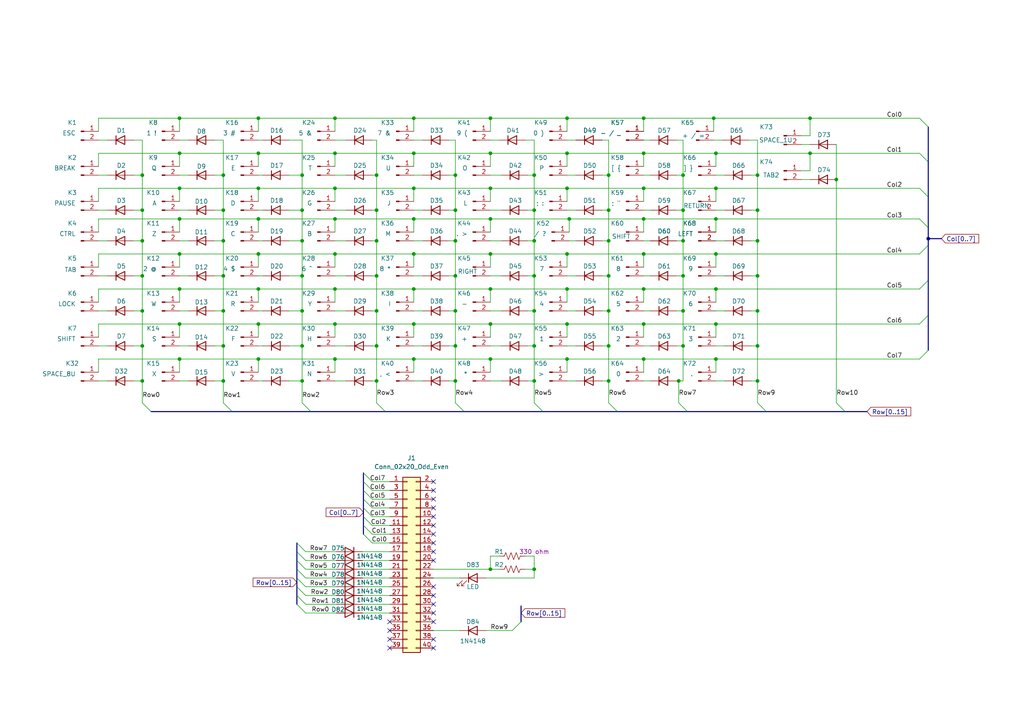
<source format=kicad_sch>
(kicad_sch (version 20230121) (generator eeschema)
  (paper "A4")
  (junction (at 176.53 90.17))
  (junction (at 176.53 69.85))
  (junction (at 74.93 73.66))
  (junction (at 97.155 73.66))
  (junction (at 242.57 52.07))
  (junction (at 87.63 80.01))
  (junction (at 74.93 104.14))
  (junction (at 219.71 100.33))
  (junction (at 97.155 93.98))
  (junction (at 164.465 104.14))
  (junction (at 120.015 93.98))
  (junction (at 154.94 90.17))
  (junction (at 142.24 83.82))
  (junction (at 109.22 69.85))
  (junction (at 196.85 110.49))
  (junction (at 74.93 83.82))
  (junction (at 186.69 73.66))
  (junction (at 186.69 44.45))
  (junction (at 219.71 80.01))
  (junction (at 52.07 93.98))
  (junction (at 64.77 110.49))
  (junction (at 52.07 63.5))
  (junction (at 132.08 80.01))
  (junction (at 164.465 34.29))
  (junction (at 207.01 34.29))
  (junction (at 74.93 54.61))
  (junction (at 207.645 73.66))
  (junction (at 64.77 90.17))
  (junction (at 97.155 54.61))
  (junction (at 198.12 100.33))
  (junction (at 207.645 63.5))
  (junction (at 120.015 54.61))
  (junction (at 186.69 34.29))
  (junction (at 186.69 104.14))
  (junction (at 198.12 60.96))
  (junction (at 87.63 50.8))
  (junction (at 87.63 100.33))
  (junction (at 142.24 54.61))
  (junction (at 64.77 69.85))
  (junction (at 97.155 63.5))
  (junction (at 97.155 83.82))
  (junction (at 198.12 80.01))
  (junction (at 219.71 90.17))
  (junction (at 186.69 93.98))
  (junction (at 120.015 73.66))
  (junction (at 132.08 50.8))
  (junction (at 164.465 93.98))
  (junction (at 120.015 34.29))
  (junction (at 164.465 83.82))
  (junction (at 234.95 34.29))
  (junction (at 154.94 100.33))
  (junction (at 176.53 60.96))
  (junction (at 219.71 60.96))
  (junction (at 52.07 73.66))
  (junction (at 41.275 110.49))
  (junction (at 52.07 83.82))
  (junction (at 120.015 63.5))
  (junction (at 207.645 83.82))
  (junction (at 207.645 44.45))
  (junction (at 165.1 63.5))
  (junction (at 198.12 50.8))
  (junction (at 176.53 80.01))
  (junction (at 52.07 54.61))
  (junction (at 132.08 60.96))
  (junction (at 154.94 50.8))
  (junction (at 74.93 63.5))
  (junction (at 109.22 90.17))
  (junction (at 64.77 50.8))
  (junction (at 207.645 104.14))
  (junction (at 41.275 60.96))
  (junction (at 132.08 110.49))
  (junction (at 132.08 100.33))
  (junction (at 109.22 50.8))
  (junction (at 120.015 83.82))
  (junction (at 269.24 69.215))
  (junction (at 52.07 34.29))
  (junction (at 64.77 60.96))
  (junction (at 154.94 69.85))
  (junction (at 52.07 104.14))
  (junction (at 87.63 60.96))
  (junction (at 154.94 60.96))
  (junction (at 120.015 44.45))
  (junction (at 154.94 110.49))
  (junction (at 142.24 93.98))
  (junction (at 87.63 110.49))
  (junction (at 87.63 90.17))
  (junction (at 164.465 73.66))
  (junction (at 74.93 93.98))
  (junction (at 109.22 60.96))
  (junction (at 219.71 50.8))
  (junction (at 207.645 54.61))
  (junction (at 109.22 80.01))
  (junction (at 142.24 73.66))
  (junction (at 97.155 34.29))
  (junction (at 207.645 93.98))
  (junction (at 176.53 110.49))
  (junction (at 164.465 44.45))
  (junction (at 219.71 69.85))
  (junction (at 97.155 44.45))
  (junction (at 41.275 90.17))
  (junction (at 109.22 110.49))
  (junction (at 52.07 44.45))
  (junction (at 186.69 63.5))
  (junction (at 198.12 69.85))
  (junction (at 234.95 44.45))
  (junction (at 219.71 110.49))
  (junction (at 142.24 165.1))
  (junction (at 176.53 50.8))
  (junction (at 186.69 54.61))
  (junction (at 41.275 50.8))
  (junction (at 109.22 100.33))
  (junction (at 176.53 100.33))
  (junction (at 120.015 104.14))
  (junction (at 64.77 100.33))
  (junction (at 74.93 44.45))
  (junction (at 132.08 90.17))
  (junction (at 186.69 83.82))
  (junction (at 198.12 90.17))
  (junction (at 41.275 80.01))
  (junction (at 41.275 69.85))
  (junction (at 97.155 104.14))
  (junction (at 142.24 34.29))
  (junction (at 142.24 104.14))
  (junction (at 41.275 100.33))
  (junction (at 74.93 34.29))
  (junction (at 164.465 54.61))
  (junction (at 87.63 69.85))
  (junction (at 154.94 80.01))
  (junction (at 142.24 63.5))
  (junction (at 64.77 80.01))
  (junction (at 132.08 69.85))
  (junction (at 154.94 165.1))
  (junction (at 142.24 44.45))
  (no_connect (at 125.73 157.48))
  (no_connect (at 125.73 152.4))
  (no_connect (at 125.73 139.7))
  (no_connect (at 125.73 177.8))
  (no_connect (at 125.73 144.78))
  (no_connect (at 125.73 187.96))
  (no_connect (at 125.73 154.94))
  (no_connect (at 113.03 180.34))
  (no_connect (at 125.73 170.18))
  (no_connect (at 125.73 185.42))
  (no_connect (at 125.73 180.34))
  (no_connect (at 125.73 162.56))
  (no_connect (at 125.73 175.26))
  (no_connect (at 113.03 185.42))
  (no_connect (at 125.73 142.24))
  (no_connect (at 125.73 149.86))
  (no_connect (at 125.73 160.02))
  (no_connect (at 125.73 147.32))
  (no_connect (at 113.03 187.96))
  (no_connect (at 125.73 172.72))
  (no_connect (at 113.03 182.88))
  (bus_entry (at 266.7 63.5) (size 2.54 2.54))
  (bus_entry (at 105.41 137.16) (size 2.54 2.54))
  (bus_entry (at 86.106 175.26) (size 2.54 2.54))
  (bus_entry (at 86.106 162.56) (size 2.54 2.54))
  (bus_entry (at 86.106 172.72) (size 2.54 2.54))
  (bus_entry (at 242.57 116.84) (size 2.54 2.54))
  (bus_entry (at 266.7 93.98) (size 2.54 -2.54))
  (bus_entry (at 109.22 116.84) (size 2.54 2.54))
  (bus_entry (at 266.7 54.61) (size 2.54 2.54))
  (bus_entry (at 86.106 167.64) (size 2.54 2.54))
  (bus_entry (at 105.41 139.7) (size 2.54 2.54))
  (bus_entry (at 154.94 116.84) (size 2.54 2.54))
  (bus_entry (at 105.41 154.94) (size 2.54 2.54))
  (bus_entry (at 64.77 116.84) (size 2.54 2.54))
  (bus_entry (at 105.41 152.4) (size 2.54 2.54))
  (bus_entry (at 266.7 73.66) (size 2.54 -2.54))
  (bus_entry (at 86.106 170.18) (size 2.54 2.54))
  (bus_entry (at 176.53 116.84) (size 2.54 2.54))
  (bus_entry (at 132.08 116.84) (size 2.54 2.54))
  (bus_entry (at 105.41 142.24) (size 2.54 2.54))
  (bus_entry (at 219.71 116.84) (size 2.54 2.54))
  (bus_entry (at 87.63 116.84) (size 2.54 2.54))
  (bus_entry (at 41.275 116.84) (size 2.54 2.54))
  (bus_entry (at 266.7 104.14) (size 2.54 -2.54))
  (bus_entry (at 86.106 157.48) (size 2.54 2.54))
  (bus_entry (at 86.106 160.02) (size 2.54 2.54))
  (bus_entry (at 266.7 44.45) (size 2.54 2.54))
  (bus_entry (at 266.7 83.82) (size 2.54 -2.54))
  (bus_entry (at 105.41 147.32) (size 2.54 2.54))
  (bus_entry (at 151.13 180.34) (size -2.54 2.54))
  (bus_entry (at 105.41 149.86) (size 2.54 2.54))
  (bus_entry (at 266.7 34.29) (size 2.54 2.54))
  (bus_entry (at 105.41 144.78) (size 2.54 2.54))
  (bus_entry (at 196.85 116.84) (size 2.54 2.54))
  (bus_entry (at 86.106 165.1) (size 2.54 2.54))
  (wire (pts (xy 207.645 93.98) (xy 266.7 93.98)))
  (wire (pts (xy 52.07 50.8) (xy 54.61 50.8)))
  (wire (pts (xy 38.735 90.17) (xy 41.275 90.17)))
  (wire (pts (xy 142.24 34.29) (xy 164.465 34.29)))
  (wire (pts (xy 52.07 83.82) (xy 74.93 83.82)))
  (wire (pts (xy 207.645 63.5) (xy 266.7 63.5)))
  (wire (pts (xy 130.175 40.64) (xy 132.08 40.64)))
  (wire (pts (xy 100.33 100.33) (xy 97.155 100.33)))
  (wire (pts (xy 107.95 157.48) (xy 113.03 157.48)))
  (wire (pts (xy 54.61 110.49) (xy 52.07 110.49)))
  (wire (pts (xy 76.2 69.85) (xy 74.93 69.85)))
  (wire (pts (xy 107.95 149.86) (xy 113.03 149.86)))
  (wire (pts (xy 28.575 54.61) (xy 52.07 54.61)))
  (wire (pts (xy 88.646 170.18) (xy 97.536 170.18)))
  (bus (pts (xy 269.24 57.15) (xy 269.24 66.04)))
  (wire (pts (xy 83.82 100.33) (xy 87.63 100.33)))
  (wire (pts (xy 186.69 73.66) (xy 207.645 73.66)))
  (wire (pts (xy 186.69 34.29) (xy 186.69 38.1)))
  (wire (pts (xy 142.24 44.45) (xy 164.465 44.45)))
  (wire (pts (xy 132.08 80.01) (xy 132.08 90.17)))
  (wire (pts (xy 174.625 80.01) (xy 176.53 80.01)))
  (wire (pts (xy 74.93 63.5) (xy 97.155 63.5)))
  (wire (pts (xy 207.645 73.66) (xy 266.7 73.66)))
  (wire (pts (xy 186.69 54.61) (xy 207.645 54.61)))
  (bus (pts (xy 269.24 69.215) (xy 269.24 71.12)))
  (wire (pts (xy 196.215 69.85) (xy 198.12 69.85)))
  (wire (pts (xy 97.155 34.29) (xy 120.015 34.29)))
  (wire (pts (xy 242.57 41.91) (xy 242.57 52.07)))
  (bus (pts (xy 43.815 119.38) (xy 67.31 119.38)))
  (wire (pts (xy 154.94 40.64) (xy 154.94 50.8)))
  (wire (pts (xy 120.015 73.66) (xy 142.24 73.66)))
  (wire (pts (xy 74.93 34.29) (xy 97.155 34.29)))
  (wire (pts (xy 186.69 93.98) (xy 207.645 93.98)))
  (wire (pts (xy 142.24 165.1) (xy 142.24 161.29)))
  (wire (pts (xy 142.24 63.5) (xy 165.1 63.5)))
  (bus (pts (xy 269.24 46.99) (xy 269.24 57.15)))
  (wire (pts (xy 186.69 73.66) (xy 186.69 77.47)))
  (wire (pts (xy 217.805 69.85) (xy 219.71 69.85)))
  (wire (pts (xy 164.465 34.29) (xy 186.69 34.29)))
  (wire (pts (xy 52.07 93.98) (xy 52.07 97.79)))
  (wire (pts (xy 153.035 80.01) (xy 154.94 80.01)))
  (bus (pts (xy 199.39 119.38) (xy 222.25 119.38)))
  (wire (pts (xy 52.07 54.61) (xy 52.07 58.42)))
  (wire (pts (xy 64.77 110.49) (xy 64.77 116.84)))
  (wire (pts (xy 207.645 54.61) (xy 207.645 58.42)))
  (wire (pts (xy 52.07 44.45) (xy 52.07 48.26)))
  (bus (pts (xy 179.07 119.38) (xy 199.39 119.38)))
  (wire (pts (xy 207.645 44.45) (xy 234.95 44.45)))
  (wire (pts (xy 207.645 80.01) (xy 210.185 80.01)))
  (wire (pts (xy 145.415 50.8) (xy 142.24 50.8)))
  (wire (pts (xy 210.185 110.49) (xy 207.645 110.49)))
  (wire (pts (xy 207.645 83.82) (xy 266.7 83.82)))
  (wire (pts (xy 105.156 165.1) (xy 113.03 165.1)))
  (wire (pts (xy 164.465 104.14) (xy 186.69 104.14)))
  (wire (pts (xy 97.155 54.61) (xy 120.015 54.61)))
  (wire (pts (xy 217.805 100.33) (xy 219.71 100.33)))
  (wire (pts (xy 38.735 80.01) (xy 41.275 80.01)))
  (wire (pts (xy 74.93 44.45) (xy 97.155 44.45)))
  (wire (pts (xy 176.53 69.85) (xy 176.53 60.96)))
  (wire (pts (xy 122.555 69.85) (xy 120.015 69.85)))
  (wire (pts (xy 28.575 44.45) (xy 52.07 44.45)))
  (wire (pts (xy 125.73 167.64) (xy 133.35 167.64)))
  (wire (pts (xy 122.555 90.17) (xy 120.015 90.17)))
  (wire (pts (xy 76.2 110.49) (xy 74.93 110.49)))
  (wire (pts (xy 100.33 60.96) (xy 97.155 60.96)))
  (wire (pts (xy 164.465 44.45) (xy 186.69 44.45)))
  (wire (pts (xy 83.82 69.85) (xy 87.63 69.85)))
  (wire (pts (xy 219.71 69.85) (xy 219.71 80.01)))
  (wire (pts (xy 219.71 110.49) (xy 219.71 100.33)))
  (bus (pts (xy 67.31 119.38) (xy 90.17 119.38)))
  (wire (pts (xy 31.115 69.85) (xy 28.575 69.85)))
  (wire (pts (xy 186.69 83.82) (xy 186.69 87.63)))
  (wire (pts (xy 142.24 104.14) (xy 142.24 107.95)))
  (wire (pts (xy 145.415 60.96) (xy 142.24 60.96)))
  (wire (pts (xy 152.4 161.29) (xy 154.94 161.29)))
  (wire (pts (xy 164.465 104.14) (xy 164.465 107.95)))
  (wire (pts (xy 122.555 60.96) (xy 120.015 60.96)))
  (wire (pts (xy 107.95 69.85) (xy 109.22 69.85)))
  (wire (pts (xy 120.015 83.82) (xy 142.24 83.82)))
  (wire (pts (xy 97.155 63.5) (xy 120.015 63.5)))
  (wire (pts (xy 97.155 93.98) (xy 120.015 93.98)))
  (wire (pts (xy 188.595 60.96) (xy 186.69 60.96)))
  (wire (pts (xy 164.465 83.82) (xy 164.465 87.63)))
  (wire (pts (xy 164.465 93.98) (xy 164.465 97.79)))
  (wire (pts (xy 196.215 90.17) (xy 198.12 90.17)))
  (wire (pts (xy 105.156 175.26) (xy 113.03 175.26)))
  (bus (pts (xy 90.17 119.38) (xy 111.76 119.38)))
  (wire (pts (xy 62.23 80.01) (xy 64.77 80.01)))
  (wire (pts (xy 74.93 54.61) (xy 97.155 54.61)))
  (wire (pts (xy 109.22 80.01) (xy 109.22 90.17)))
  (wire (pts (xy 120.015 93.98) (xy 142.24 93.98)))
  (wire (pts (xy 186.69 44.45) (xy 207.645 44.45)))
  (wire (pts (xy 107.95 144.78) (xy 113.03 144.78)))
  (wire (pts (xy 186.69 104.14) (xy 186.69 107.95)))
  (wire (pts (xy 167.005 60.96) (xy 164.465 60.96)))
  (wire (pts (xy 176.53 60.96) (xy 176.53 50.8)))
  (wire (pts (xy 88.646 177.8) (xy 97.536 177.8)))
  (bus (pts (xy 151.13 175.768) (xy 151.13 180.34)))
  (wire (pts (xy 154.94 69.85) (xy 154.94 80.01)))
  (wire (pts (xy 210.185 69.85) (xy 207.645 69.85)))
  (wire (pts (xy 100.33 69.85) (xy 97.155 69.85)))
  (wire (pts (xy 242.57 52.07) (xy 242.57 116.84)))
  (wire (pts (xy 174.625 90.17) (xy 176.53 90.17)))
  (wire (pts (xy 41.275 90.17) (xy 41.275 100.33)))
  (wire (pts (xy 174.625 110.49) (xy 176.53 110.49)))
  (wire (pts (xy 107.95 110.49) (xy 109.22 110.49)))
  (wire (pts (xy 219.71 40.64) (xy 217.17 40.64)))
  (wire (pts (xy 97.155 73.66) (xy 120.015 73.66)))
  (wire (pts (xy 140.97 167.64) (xy 154.94 167.64)))
  (wire (pts (xy 210.185 90.17) (xy 207.645 90.17)))
  (wire (pts (xy 198.12 69.85) (xy 198.12 80.01)))
  (wire (pts (xy 188.595 90.17) (xy 186.69 90.17)))
  (wire (pts (xy 207.01 34.29) (xy 207.01 38.1)))
  (wire (pts (xy 120.015 63.5) (xy 142.24 63.5)))
  (wire (pts (xy 120.015 34.29) (xy 120.015 38.1)))
  (wire (pts (xy 164.465 93.98) (xy 186.69 93.98)))
  (wire (pts (xy 122.555 40.64) (xy 120.015 40.64)))
  (wire (pts (xy 88.646 165.1) (xy 97.536 165.1)))
  (wire (pts (xy 219.71 90.17) (xy 219.71 100.33)))
  (wire (pts (xy 97.155 83.82) (xy 97.155 87.63)))
  (wire (pts (xy 188.595 69.85) (xy 186.69 69.85)))
  (wire (pts (xy 196.215 110.49) (xy 196.85 110.49)))
  (wire (pts (xy 132.08 69.85) (xy 132.08 80.01)))
  (wire (pts (xy 130.175 50.8) (xy 132.08 50.8)))
  (wire (pts (xy 198.12 40.64) (xy 196.215 40.64)))
  (bus (pts (xy 111.76 119.38) (xy 134.62 119.38)))
  (wire (pts (xy 28.575 48.26) (xy 28.575 44.45)))
  (wire (pts (xy 154.94 50.8) (xy 154.94 60.96)))
  (wire (pts (xy 176.53 90.17) (xy 176.53 80.01)))
  (wire (pts (xy 28.575 97.79) (xy 28.575 93.98)))
  (wire (pts (xy 154.94 165.1) (xy 154.94 167.64)))
  (wire (pts (xy 210.185 60.96) (xy 207.645 60.96)))
  (wire (pts (xy 105.156 170.18) (xy 113.03 170.18)))
  (bus (pts (xy 105.41 147.32) (xy 105.41 149.86)))
  (wire (pts (xy 64.77 80.01) (xy 64.77 90.17)))
  (wire (pts (xy 120.015 73.66) (xy 120.015 77.47)))
  (bus (pts (xy 269.24 36.83) (xy 269.24 46.99)))
  (wire (pts (xy 164.465 80.01) (xy 167.005 80.01)))
  (bus (pts (xy 105.41 139.7) (xy 105.41 142.24)))
  (wire (pts (xy 132.08 110.49) (xy 132.08 116.84)))
  (wire (pts (xy 152.4 165.1) (xy 154.94 165.1)))
  (wire (pts (xy 176.53 50.8) (xy 174.625 50.8)))
  (wire (pts (xy 52.07 44.45) (xy 74.93 44.45)))
  (wire (pts (xy 153.035 60.96) (xy 154.94 60.96)))
  (wire (pts (xy 64.77 100.33) (xy 64.77 110.49)))
  (wire (pts (xy 165.1 63.5) (xy 186.69 63.5)))
  (wire (pts (xy 120.015 44.45) (xy 120.015 48.26)))
  (wire (pts (xy 165.1 63.5) (xy 165.1 67.31)))
  (wire (pts (xy 188.595 110.49) (xy 186.69 110.49)))
  (wire (pts (xy 186.69 34.29) (xy 207.01 34.29)))
  (wire (pts (xy 109.22 40.64) (xy 109.22 50.8)))
  (wire (pts (xy 41.275 110.49) (xy 41.275 116.84)))
  (wire (pts (xy 196.215 100.33) (xy 198.12 100.33)))
  (wire (pts (xy 28.575 93.98) (xy 52.07 93.98)))
  (wire (pts (xy 142.24 34.29) (xy 142.24 38.1)))
  (wire (pts (xy 167.005 110.49) (xy 164.465 110.49)))
  (wire (pts (xy 176.53 90.17) (xy 176.53 100.33)))
  (wire (pts (xy 145.415 80.01) (xy 142.24 80.01)))
  (wire (pts (xy 107.95 80.01) (xy 109.22 80.01)))
  (wire (pts (xy 164.465 73.66) (xy 186.69 73.66)))
  (wire (pts (xy 122.555 110.49) (xy 120.015 110.49)))
  (wire (pts (xy 130.175 110.49) (xy 132.08 110.49)))
  (wire (pts (xy 54.61 90.17) (xy 52.07 90.17)))
  (wire (pts (xy 186.69 93.98) (xy 186.69 97.79)))
  (wire (pts (xy 153.035 50.8) (xy 154.94 50.8)))
  (wire (pts (xy 120.015 104.14) (xy 120.015 107.95)))
  (wire (pts (xy 97.155 104.14) (xy 97.155 107.95)))
  (wire (pts (xy 122.555 80.01) (xy 120.015 80.01)))
  (wire (pts (xy 142.24 93.98) (xy 142.24 97.79)))
  (wire (pts (xy 153.035 110.49) (xy 154.94 110.49)))
  (wire (pts (xy 87.63 40.64) (xy 83.82 40.64)))
  (wire (pts (xy 154.94 60.96) (xy 154.94 69.85)))
  (wire (pts (xy 234.95 39.37) (xy 234.95 34.29)))
  (wire (pts (xy 130.175 80.01) (xy 132.08 80.01)))
  (wire (pts (xy 64.77 60.96) (xy 64.77 69.85)))
  (wire (pts (xy 83.82 90.17) (xy 87.63 90.17)))
  (wire (pts (xy 109.22 90.17) (xy 109.22 100.33)))
  (wire (pts (xy 31.115 100.33) (xy 28.575 100.33)))
  (wire (pts (xy 198.12 90.17) (xy 198.12 80.01)))
  (wire (pts (xy 140.97 182.88) (xy 148.59 182.88)))
  (wire (pts (xy 153.035 69.85) (xy 154.94 69.85)))
  (wire (pts (xy 76.2 90.17) (xy 74.93 90.17)))
  (wire (pts (xy 97.155 44.45) (xy 120.015 44.45)))
  (wire (pts (xy 154.94 100.33) (xy 154.94 110.49)))
  (bus (pts (xy 269.24 81.28) (xy 269.24 91.44)))
  (wire (pts (xy 88.646 172.72) (xy 97.536 172.72)))
  (wire (pts (xy 52.07 34.29) (xy 74.93 34.29)))
  (wire (pts (xy 125.73 165.1) (xy 142.24 165.1)))
  (wire (pts (xy 142.24 93.98) (xy 164.465 93.98)))
  (wire (pts (xy 234.95 34.29) (xy 266.7 34.29)))
  (wire (pts (xy 28.575 67.31) (xy 28.575 63.5)))
  (wire (pts (xy 198.12 69.85) (xy 198.12 60.96)))
  (wire (pts (xy 83.82 50.8) (xy 87.63 50.8)))
  (wire (pts (xy 62.23 60.96) (xy 64.77 60.96)))
  (wire (pts (xy 76.2 80.01) (xy 74.93 80.01)))
  (wire (pts (xy 207.645 73.66) (xy 207.645 77.47)))
  (wire (pts (xy 142.24 63.5) (xy 142.24 67.31)))
  (wire (pts (xy 188.595 80.01) (xy 186.69 80.01)))
  (wire (pts (xy 107.95 147.32) (xy 113.03 147.32)))
  (wire (pts (xy 109.22 50.8) (xy 109.22 60.96)))
  (wire (pts (xy 186.69 54.61) (xy 186.69 58.42)))
  (wire (pts (xy 133.35 182.88) (xy 125.73 182.88)))
  (wire (pts (xy 154.94 161.29) (xy 154.94 165.1)))
  (wire (pts (xy 142.24 83.82) (xy 142.24 87.63)))
  (wire (pts (xy 196.215 80.01) (xy 198.12 80.01)))
  (wire (pts (xy 153.035 90.17) (xy 154.94 90.17)))
  (wire (pts (xy 28.575 73.66) (xy 52.07 73.66)))
  (wire (pts (xy 142.24 73.66) (xy 164.465 73.66)))
  (bus (pts (xy 105.41 149.86) (xy 105.41 152.4)))
  (wire (pts (xy 87.63 69.85) (xy 87.63 60.96)))
  (wire (pts (xy 196.215 50.8) (xy 198.12 50.8)))
  (wire (pts (xy 142.24 44.45) (xy 142.24 48.26)))
  (wire (pts (xy 97.155 83.82) (xy 120.015 83.82)))
  (wire (pts (xy 196.85 110.49) (xy 198.12 110.49)))
  (wire (pts (xy 64.77 69.85) (xy 64.77 80.01)))
  (wire (pts (xy 142.24 54.61) (xy 164.465 54.61)))
  (wire (pts (xy 74.93 83.82) (xy 97.155 83.82)))
  (wire (pts (xy 142.24 83.82) (xy 164.465 83.82)))
  (wire (pts (xy 74.93 73.66) (xy 97.155 73.66)))
  (wire (pts (xy 232.41 52.07) (xy 234.95 52.07)))
  (wire (pts (xy 74.93 83.82) (xy 74.93 87.63)))
  (wire (pts (xy 209.55 40.64) (xy 207.01 40.64)))
  (bus (pts (xy 245.11 119.38) (xy 251.46 119.38)))
  (wire (pts (xy 207.645 93.98) (xy 207.645 97.79)))
  (wire (pts (xy 109.22 69.85) (xy 109.22 80.01)))
  (wire (pts (xy 142.24 54.61) (xy 142.24 58.42)))
  (wire (pts (xy 142.24 69.85) (xy 145.415 69.85)))
  (wire (pts (xy 97.155 54.61) (xy 97.155 58.42)))
  (wire (pts (xy 28.575 58.42) (xy 28.575 54.61)))
  (wire (pts (xy 52.07 83.82) (xy 52.07 87.63)))
  (wire (pts (xy 232.41 41.91) (xy 234.95 41.91)))
  (bus (pts (xy 86.106 170.18) (xy 86.106 172.72)))
  (wire (pts (xy 167.005 50.8) (xy 164.465 50.8)))
  (wire (pts (xy 207.645 104.14) (xy 207.645 107.95)))
  (wire (pts (xy 174.625 100.33) (xy 176.53 100.33)))
  (wire (pts (xy 28.575 83.82) (xy 52.07 83.82)))
  (wire (pts (xy 207.645 54.61) (xy 266.7 54.61)))
  (wire (pts (xy 142.24 165.1) (xy 144.78 165.1)))
  (bus (pts (xy 105.41 142.24) (xy 105.41 144.78)))
  (wire (pts (xy 167.005 100.33) (xy 164.465 100.33)))
  (wire (pts (xy 107.95 100.33) (xy 109.22 100.33)))
  (bus (pts (xy 222.25 119.38) (xy 245.11 119.38)))
  (wire (pts (xy 144.78 40.64) (xy 142.24 40.64)))
  (wire (pts (xy 74.93 93.98) (xy 74.93 97.79)))
  (wire (pts (xy 132.08 100.33) (xy 132.08 110.49)))
  (wire (pts (xy 87.63 80.01) (xy 87.63 69.85)))
  (bus (pts (xy 269.24 91.44) (xy 269.24 101.6)))
  (wire (pts (xy 219.71 69.85) (xy 219.71 60.96)))
  (bus (pts (xy 269.24 66.04) (xy 269.24 69.215)))
  (wire (pts (xy 120.015 104.14) (xy 142.24 104.14)))
  (wire (pts (xy 87.63 116.84) (xy 87.63 110.49)))
  (wire (pts (xy 105.156 162.56) (xy 113.03 162.56)))
  (wire (pts (xy 54.61 80.01) (xy 52.07 80.01)))
  (wire (pts (xy 167.005 69.85) (xy 165.1 69.85)))
  (wire (pts (xy 186.69 44.45) (xy 186.69 48.26)))
  (wire (pts (xy 107.95 154.94) (xy 113.03 154.94)))
  (wire (pts (xy 38.735 60.96) (xy 41.275 60.96)))
  (bus (pts (xy 157.48 119.38) (xy 179.07 119.38)))
  (wire (pts (xy 38.735 50.8) (xy 41.275 50.8)))
  (wire (pts (xy 97.155 34.29) (xy 97.155 38.1)))
  (wire (pts (xy 198.12 50.8) (xy 198.12 40.64)))
  (wire (pts (xy 207.645 44.45) (xy 207.645 48.26)))
  (wire (pts (xy 31.115 90.17) (xy 28.575 90.17)))
  (wire (pts (xy 207.01 34.29) (xy 234.95 34.29)))
  (wire (pts (xy 120.015 54.61) (xy 120.015 58.42)))
  (wire (pts (xy 164.465 44.45) (xy 164.465 48.26)))
  (bus (pts (xy 86.106 162.56) (xy 86.106 165.1)))
  (wire (pts (xy 38.735 69.85) (xy 41.275 69.85)))
  (wire (pts (xy 107.95 139.7) (xy 113.03 139.7)))
  (wire (pts (xy 198.12 90.17) (xy 198.12 100.33)))
  (wire (pts (xy 87.63 60.96) (xy 87.63 50.8)))
  (wire (pts (xy 210.185 100.33) (xy 207.645 100.33)))
  (wire (pts (xy 154.94 80.01) (xy 154.94 90.17)))
  (wire (pts (xy 219.71 90.17) (xy 219.71 80.01)))
  (wire (pts (xy 132.08 40.64) (xy 132.08 50.8)))
  (wire (pts (xy 28.575 63.5) (xy 52.07 63.5)))
  (wire (pts (xy 219.71 50.8) (xy 219.71 40.64)))
  (wire (pts (xy 142.24 104.14) (xy 164.465 104.14)))
  (wire (pts (xy 31.115 80.01) (xy 28.575 80.01)))
  (wire (pts (xy 164.465 54.61) (xy 186.69 54.61)))
  (wire (pts (xy 188.595 100.33) (xy 186.69 100.33)))
  (wire (pts (xy 28.575 38.1) (xy 28.575 34.29)))
  (wire (pts (xy 107.95 142.24) (xy 113.03 142.24)))
  (wire (pts (xy 145.415 110.49) (xy 142.24 110.49)))
  (wire (pts (xy 198.12 60.96) (xy 198.12 50.8)))
  (wire (pts (xy 100.33 90.17) (xy 97.155 90.17)))
  (wire (pts (xy 100.33 80.01) (xy 97.155 80.01)))
  (wire (pts (xy 176.53 69.85) (xy 176.53 80.01)))
  (wire (pts (xy 62.23 40.64) (xy 64.77 40.64)))
  (wire (pts (xy 54.61 69.85) (xy 52.07 69.85)))
  (wire (pts (xy 164.465 83.82) (xy 186.69 83.82)))
  (wire (pts (xy 152.4 40.64) (xy 154.94 40.64)))
  (wire (pts (xy 186.69 83.82) (xy 207.645 83.82)))
  (wire (pts (xy 38.735 110.49) (xy 41.275 110.49)))
  (wire (pts (xy 105.156 160.02) (xy 113.03 160.02)))
  (wire (pts (xy 219.71 60.96) (xy 219.71 50.8)))
  (wire (pts (xy 62.23 69.85) (xy 64.77 69.85)))
  (wire (pts (xy 28.575 77.47) (xy 28.575 73.66)))
  (wire (pts (xy 207.645 83.82) (xy 207.645 87.63)))
  (wire (pts (xy 52.07 34.29) (xy 52.07 38.1)))
  (wire (pts (xy 74.93 104.14) (xy 97.155 104.14)))
  (wire (pts (xy 107.95 40.64) (xy 109.22 40.64)))
  (wire (pts (xy 142.24 73.66) (xy 142.24 77.47)))
  (wire (pts (xy 186.69 63.5) (xy 207.645 63.5)))
  (wire (pts (xy 130.175 60.96) (xy 132.08 60.96)))
  (wire (pts (xy 105.156 177.8) (xy 113.03 177.8)))
  (wire (pts (xy 186.69 104.14) (xy 207.645 104.14)))
  (wire (pts (xy 83.82 60.96) (xy 87.63 60.96)))
  (wire (pts (xy 174.625 60.96) (xy 176.53 60.96)))
  (bus (pts (xy 105.41 137.16) (xy 105.41 139.7)))
  (wire (pts (xy 120.015 63.5) (xy 120.015 67.31)))
  (wire (pts (xy 196.85 116.84) (xy 196.85 110.49)))
  (wire (pts (xy 28.575 87.63) (xy 28.575 83.82)))
  (wire (pts (xy 120.015 44.45) (xy 142.24 44.45)))
  (wire (pts (xy 176.53 116.84) (xy 176.53 110.49)))
  (wire (pts (xy 76.2 60.96) (xy 74.93 60.96)))
  (wire (pts (xy 76.2 100.33) (xy 74.93 100.33)))
  (wire (pts (xy 62.23 50.8) (xy 64.77 50.8)))
  (wire (pts (xy 62.23 100.33) (xy 64.77 100.33)))
  (wire (pts (xy 28.575 104.14) (xy 52.07 104.14)))
  (wire (pts (xy 122.555 100.33) (xy 120.015 100.33)))
  (wire (pts (xy 176.53 40.64) (xy 176.53 50.8)))
  (wire (pts (xy 198.12 110.49) (xy 198.12 100.33)))
  (wire (pts (xy 142.24 161.29) (xy 144.78 161.29)))
  (wire (pts (xy 154.94 110.49) (xy 154.94 116.84)))
  (bus (pts (xy 105.41 152.4) (xy 105.41 154.94)))
  (wire (pts (xy 174.625 69.85) (xy 176.53 69.85)))
  (bus (pts (xy 86.106 172.72) (xy 86.106 175.26)))
  (wire (pts (xy 74.93 73.66) (xy 74.93 77.47)))
  (bus (pts (xy 86.106 165.1) (xy 86.106 167.64)))
  (wire (pts (xy 83.82 110.49) (xy 87.63 110.49)))
  (wire (pts (xy 107.95 152.4) (xy 113.03 152.4)))
  (wire (pts (xy 97.155 104.14) (xy 120.015 104.14)))
  (wire (pts (xy 62.23 110.49) (xy 64.77 110.49)))
  (wire (pts (xy 142.24 100.33) (xy 145.415 100.33)))
  (wire (pts (xy 217.805 110.49) (xy 219.71 110.49)))
  (wire (pts (xy 153.035 100.33) (xy 154.94 100.33)))
  (wire (pts (xy 74.93 40.64) (xy 76.2 40.64)))
  (wire (pts (xy 167.005 40.64) (xy 164.465 40.64)))
  (wire (pts (xy 232.41 49.53) (xy 234.95 49.53)))
  (wire (pts (xy 130.175 90.17) (xy 132.08 90.17)))
  (bus (pts (xy 134.62 119.38) (xy 157.48 119.38)))
  (wire (pts (xy 188.595 40.64) (xy 186.69 40.64)))
  (wire (pts (xy 52.07 54.61) (xy 74.93 54.61)))
  (wire (pts (xy 109.22 100.33) (xy 109.22 110.49)))
  (wire (pts (xy 64.77 90.17) (xy 64.77 100.33)))
  (wire (pts (xy 52.07 93.98) (xy 74.93 93.98)))
  (wire (pts (xy 207.645 104.14) (xy 266.7 104.14)))
  (wire (pts (xy 41.275 50.8) (xy 41.275 60.96)))
  (wire (pts (xy 207.645 63.5) (xy 207.645 67.31)))
  (wire (pts (xy 109.22 110.49) (xy 109.22 116.84)))
  (wire (pts (xy 100.33 50.8) (xy 97.155 50.8)))
  (wire (pts (xy 64.77 50.8) (xy 64.77 60.96)))
  (wire (pts (xy 54.61 100.33) (xy 52.07 100.33)))
  (wire (pts (xy 167.005 90.17) (xy 164.465 90.17)))
  (wire (pts (xy 28.575 107.95) (xy 28.575 104.14)))
  (wire (pts (xy 120.015 83.82) (xy 120.015 87.63)))
  (wire (pts (xy 74.93 54.61) (xy 74.93 58.42)))
  (wire (pts (xy 132.08 50.8) (xy 132.08 60.96)))
  (wire (pts (xy 109.22 60.96) (xy 109.22 69.85)))
  (wire (pts (xy 174.625 40.64) (xy 176.53 40.64)))
  (wire (pts (xy 87.63 50.8) (xy 87.63 40.64)))
  (wire (pts (xy 52.07 73.66) (xy 52.07 77.47)))
  (wire (pts (xy 31.115 50.8) (xy 28.575 50.8)))
  (wire (pts (xy 41.275 60.96) (xy 41.275 69.85)))
  (wire (pts (xy 52.07 63.5) (xy 74.93 63.5)))
  (wire (pts (xy 142.24 90.17) (xy 145.415 90.17)))
  (wire (pts (xy 74.93 63.5) (xy 74.93 67.31)))
  (wire (pts (xy 62.23 90.17) (xy 64.77 90.17)))
  (wire (pts (xy 232.41 39.37) (xy 234.95 39.37)))
  (wire (pts (xy 164.465 73.66) (xy 164.465 77.47)))
  (bus (pts (xy 86.106 167.64) (xy 86.106 170.18)))
  (wire (pts (xy 154.94 90.17) (xy 154.94 100.33)))
  (wire (pts (xy 210.185 50.8) (xy 207.645 50.8)))
  (wire (pts (xy 88.646 160.02) (xy 97.536 160.02)))
  (wire (pts (xy 52.07 40.64) (xy 54.61 40.64)))
  (wire (pts (xy 31.115 110.49) (xy 28.575 110.49)))
  (wire (pts (xy 74.93 104.14) (xy 74.93 107.95)))
  (wire (pts (xy 234.95 49.53) (xy 234.95 44.45)))
  (wire (pts (xy 217.805 50.8) (xy 219.71 50.8)))
  (wire (pts (xy 41.275 69.85) (xy 41.275 80.01)))
  (wire (pts (xy 107.95 90.17) (xy 109.22 90.17)))
  (wire (pts (xy 97.155 63.5) (xy 97.155 67.31)))
  (wire (pts (xy 234.95 44.45) (xy 266.7 44.45)))
  (wire (pts (xy 217.805 80.01) (xy 219.71 80.01)))
  (bus (pts (xy 86.106 157.48) (xy 86.106 160.02)))
  (wire (pts (xy 74.93 34.29) (xy 74.93 38.1)))
  (wire (pts (xy 196.215 60.96) (xy 198.12 60.96)))
  (wire (pts (xy 164.465 54.61) (xy 164.465 58.42)))
  (wire (pts (xy 122.555 50.8) (xy 120.015 50.8)))
  (wire (pts (xy 87.63 90.17) (xy 87.63 80.01)))
  (wire (pts (xy 132.08 60.96) (xy 132.08 69.85)))
  (wire (pts (xy 217.805 60.96) (xy 219.71 60.96)))
  (wire (pts (xy 132.08 90.17) (xy 132.08 100.33)))
  (wire (pts (xy 130.175 69.85) (xy 132.08 69.85)))
  (wire (pts (xy 120.015 34.29) (xy 142.24 34.29)))
  (wire (pts (xy 107.95 50.8) (xy 109.22 50.8)))
  (wire (pts (xy 120.015 93.98) (xy 120.015 97.79)))
  (wire (pts (xy 52.07 63.5) (xy 52.07 67.31)))
  (wire (pts (xy 38.735 40.64) (xy 41.275 40.64)))
  (wire (pts (xy 52.07 73.66) (xy 74.93 73.66)))
  (wire (pts (xy 88.646 175.26) (xy 97.536 175.26)))
  (wire (pts (xy 105.156 167.64) (xy 113.03 167.64)))
  (wire (pts (xy 88.646 167.64) (xy 97.536 167.64)))
  (wire (pts (xy 54.61 60.96) (xy 52.07 60.96)))
  (wire (pts (xy 41.275 40.64) (xy 41.275 50.8)))
  (wire (pts (xy 41.275 100.33) (xy 41.275 110.49)))
  (wire (pts (xy 52.07 104.14) (xy 52.07 107.95)))
  (wire (pts (xy 31.115 60.96) (xy 28.575 60.96)))
  (wire (pts (xy 41.275 80.01) (xy 41.275 90.17)))
  (wire (pts (xy 87.63 110.49) (xy 87.63 100.33)))
  (wire (pts (xy 120.015 54.61) (xy 142.24 54.61)))
  (wire (pts (xy 188.595 50.8) (xy 186.69 50.8)))
  (wire (pts (xy 83.82 80.01) (xy 87.63 80.01)))
  (wire (pts (xy 217.805 90.17) (xy 219.71 90.17)))
  (bus (pts (xy 86.106 160.02) (xy 86.106 162.56)))
  (wire (pts (xy 28.575 34.29) (xy 52.07 34.29)))
  (wire (pts (xy 97.155 44.45) (xy 97.155 48.26)))
  (wire (pts (xy 88.646 162.56) (xy 97.536 162.56)))
  (wire (pts (xy 186.69 63.5) (xy 186.69 67.31)))
  (wire (pts (xy 76.2 50.8) (xy 74.93 50.8)))
  (bus (pts (xy 269.24 71.12) (xy 269.24 81.28)))
  (wire (pts (xy 164.465 34.29) (xy 164.465 38.1)))
  (wire (pts (xy 74.93 93.98) (xy 97.155 93.98)))
  (wire (pts (xy 74.93 44.45) (xy 74.93 48.26)))
  (bus (pts (xy 105.41 144.78) (xy 105.41 147.32)))
  (bus (pts (xy 273.05 69.215) (xy 269.24 69.215)))
  (wire (pts (xy 38.735 100.33) (xy 41.275 100.33)))
  (wire (pts (xy 107.95 60.96) (xy 109.22 60.96)))
  (wire (pts (xy 219.71 116.84) (xy 219.71 110.49)))
  (wire (pts (xy 87.63 90.17) (xy 87.63 100.33)))
  (wire (pts (xy 100.33 110.49) (xy 97.155 110.49)))
  (wire (pts (xy 64.77 40.64) (xy 64.77 50.8)))
  (wire (pts (xy 52.07 104.14) (xy 74.93 104.14)))
  (wire (pts (xy 97.155 93.98) (xy 97.155 97.79)))
  (wire (pts (xy 28.575 40.64) (xy 31.115 40.64)))
  (wire (pts (xy 105.156 172.72) (xy 113.03 172.72)))
  (wire (pts (xy 100.33 40.64) (xy 97.155 40.64)))
  (wire (pts (xy 130.175 100.33) (xy 132.08 100.33)))
  (wire (pts (xy 176.53 110.49) (xy 176.53 100.33)))
  (wire (pts (xy 97.155 73.66) (xy 97.155 77.47)))
  (label "Col4" (at 111.76 147.32 180))
  (label "Col6" (at 111.76 142.24 180))
  (label "Col6" (at 257.175 93.98 0))
  (label "Row2" (at 87.63 115.57 0))
  (label "Row5" (at 154.94 114.935 0))
  (label "Col7" (at 111.76 139.7 180))
  (label "Row3" (at 109.22 114.935 0))
  (label "Col1" (at 112.268 154.94 180))
  (label "Row1" (at 95.504 175.26 180))
  (label "Col0" (at 112.268 157.48 180))
  (label "Col2" (at 112.014 152.4 180))
  (label "Row1" (at 64.77 115.57 0))
  (label "Row7" (at 196.85 114.935 0))
  (label "Col0" (at 257.175 34.29 0))
  (label "Row2" (at 95.25 172.72 180))
  (label "Row9" (at 142.24 182.88 0))
  (label "Col7" (at 257.175 104.14 0))
  (label "Row4" (at 94.996 167.64 180))
  (label "Row10" (at 242.57 114.935 0))
  (label "Col2" (at 257.175 54.61 0))
  (label "Col5" (at 257.175 83.82 0))
  (label "Row0" (at 95.504 177.8 180))
  (label "Row4" (at 132.08 114.935 0))
  (label "Row5" (at 94.996 165.1 180))
  (label "Row6" (at 94.996 162.56 180))
  (label "Row9" (at 219.71 114.935 0))
  (label "Col3" (at 257.175 63.5 0))
  (label "Col3" (at 111.76 149.86 180))
  (label "Row0" (at 41.275 115.57 0))
  (label "Col5" (at 111.76 144.78 180))
  (label "Row7" (at 94.996 160.02 180))
  (label "Row6" (at 176.53 114.935 0))
  (label "Col4" (at 257.175 73.66 0))
  (label "Row3" (at 94.996 170.18 180))
  (label "Col1" (at 257.175 44.45 0))
  (global_label "Row[0..15]" (shape input) (at 151.13 177.8 0) (property "Intersheetrefs" "${INTERSHEET_REFS}" (effects hide)))
  (global_label "Col[0..7]" (shape input) (at 105.41 148.59 180) (property "Intersheetrefs" "${INTERSHEET_REFS}" (effects hide)))
  (global_label "Row[0..15]" (shape input) (at 86.106 168.91 180) (property "Intersheetrefs" "${INTERSHEET_REFS}" (effects hide)))
  (global_label "Col[0..7]" (shape input) (at 273.05 69.215 0) (property "Intersheetrefs" "${INTERSHEET_REFS}" (effects hide)))
  (global_label "Row[0..15]" (shape input) (at 251.46 119.38 0) (property "Intersheetrefs" "${INTERSHEET_REFS}" (effects hide)))
  (symbol (lib_id "Connector:Conn_01x02_Pin") (at 114.935 77.47 0) (unit 1)
    (property "Reference" "K37" (at 112.395 74.93 0))
    (property "Value" "8 *" (at 113.411 77.978 0) (effects (justify right)))
    (property "Footprint" "unikbd:Key_MX" (effects hide))
  )
  (symbol (lib_id "Connector:Conn_01x02_Pin") (at 227.33 49.53 0) (unit 1)
    (property "Reference" "K74" (at 222.25 46.99 0))
    (property "Value" "TAB2" (at 226.06 50.8 0) (effects (justify right)))
    (property "Footprint" "unikbd:Key_MX" (effects hide))
  )
  (symbol (lib_id "unikbd:diode-combined") (at 104.14 110.49 0) (unit 1)
    (property "Reference" "D31" (at 104.394 107.696 0))
    (property "Value" "diode-combined" (effects hide))
    (property "Footprint" "unikbd:diode-combined" (effects hide))
    (property "Datasheet" "https://assets.nexperia.com/documents/data-sheet/1N4148_1N4448.pdf" (effects hide))
  )
  (symbol (lib_id "Connector:Conn_01x02_Pin") (at 92.075 87.63 0) (unit 1)
    (property "Reference" "K29" (at 89.535 85.09 0))
    (property "Value" "Y" (at 90.551 88.138 0) (effects (justify right)))
    (property "Footprint" "unikbd:Key_MX" (effects hide))
  )
  (symbol (lib_id "unikbd:diode-combined") (at 104.14 50.8 0) (unit 1)
    (property "Reference" "D25" (at 104.394 48.006 0))
    (property "Value" "diode-combined" (effects hide))
    (property "Footprint" "unikbd:diode-combined" (effects hide))
    (property "Datasheet" "https://assets.nexperia.com/documents/data-sheet/1N4148_1N4448.pdf" (effects hide))
  )
  (symbol (lib_id "Connector:Conn_01x02_Pin") (at 181.61 107.95 0) (unit 1)
    (property "Reference" "K64" (at 179.07 105.41 0))
    (property "Value" "0" (at 180.086 108.458 0) (effects (justify right)))
    (property "Footprint" "unikbd:Key_MX" (effects hide))
  )
  (symbol (lib_id "Connector:Conn_01x02_Pin") (at 69.85 77.47 0) (unit 1)
    (property "Reference" "K20" (at 67.31 74.93 0))
    (property "Value" "4 $" (at 68.326 77.978 0) (effects (justify right)))
    (property "Footprint" "unikbd:Key_MX" (effects hide))
  )
  (symbol (lib_id "unikbd:diode-combined") (at 104.14 40.64 0) (unit 1)
    (property "Reference" "D24" (at 104.394 37.846 0))
    (property "Value" "diode-combined" (effects hide))
    (property "Footprint" "unikbd:diode-combined" (effects hide))
    (property "Datasheet" "https://assets.nexperia.com/documents/data-sheet/1N4148_1N4448.pdf" (effects hide))
  )
  (symbol (lib_id "Connector:Conn_01x02_Pin") (at 69.85 58.42 0) (unit 1)
    (property "Reference" "K18" (at 67.31 55.88 0))
    (property "Value" "D" (at 68.326 58.928 0) (effects (justify right)))
    (property "Footprint" "unikbd:Key_MX" (effects hide))
  )
  (symbol (lib_id "Connector:Conn_01x02_Pin") (at 69.85 87.63 0) (unit 1)
    (property "Reference" "K21" (at 67.31 85.09 0))
    (property "Value" "R" (at 68.326 88.138 0) (effects (justify right)))
    (property "Footprint" "unikbd:Key_MX" (effects hide))
  )
  (symbol (lib_id "Connector:Conn_01x02_Pin") (at 114.935 67.31 0) (unit 1)
    (property "Reference" "K36" (at 112.395 64.77 0))
    (property "Value" "M" (at 113.411 67.818 0) (effects (justify right)))
    (property "Footprint" "unikbd:Key_MX" (effects hide))
  )
  (symbol (lib_id "Connector:Conn_01x02_Pin") (at 202.565 77.47 0) (unit 1)
    (property "Reference" "K69" (at 200.025 74.93 0))
    (property "Value" "9" (at 201.041 77.978 0) (effects (justify right)))
    (property "Footprint" "unikbd:Key_MX" (effects hide))
  )
  (symbol (lib_id "unikbd:diode-combined") (at 80.01 90.17 0) (unit 1)
    (property "Reference" "D21" (at 80.264 87.376 0))
    (property "Value" "diode-combined" (effects hide))
    (property "Footprint" "unikbd:diode-combined" (effects hide))
    (property "Datasheet" "https://assets.nexperia.com/documents/data-sheet/1N4148_1N4448.pdf" (effects hide))
  )
  (symbol (lib_id "unikbd:diode-combined") (at 192.405 110.49 0) (unit 1)
    (property "Reference" "D64" (at 192.659 107.696 0))
    (property "Value" "diode-combined" (effects hide))
    (property "Footprint" "unikbd:diode-combined" (effects hide))
    (property "Datasheet" "https://assets.nexperia.com/documents/data-sheet/1N4148_1N4448.pdf" (effects hide))
  )
  (symbol (lib_id "unikbd:diode-combined") (at 170.815 80.01 0) (unit 1)
    (property "Reference" "D53" (at 171.069 77.216 0))
    (property "Value" "diode-combined" (effects hide))
    (property "Footprint" "unikbd:diode-combined" (effects hide))
    (property "Datasheet" "https://assets.nexperia.com/documents/data-sheet/1N4148_1N4448.pdf" (effects hide))
  )
  (symbol (lib_id "unikbd:diode-combined") (at 58.42 110.49 0) (unit 1)
    (property "Reference" "D15" (at 58.42 107.95 0))
    (property "Value" "diode-combined" (effects hide))
    (property "Footprint" "unikbd:diode-combined" (effects hide))
    (property "Datasheet" "https://assets.nexperia.com/documents/data-sheet/1N4148_1N4448.pdf" (effects hide))
  )
  (symbol (lib_id "unikbd:diode-combined") (at 34.925 110.49 0) (unit 1)
    (property "Reference" "D32" (at 35.179 107.696 0))
    (property "Value" "diode-combined" (effects hide))
    (property "Footprint" "unikbd:diode-combined" (effects hide))
    (property "Datasheet" "https://assets.nexperia.com/documents/data-sheet/1N4148_1N4448.pdf" (effects hide))
  )
  (symbol (lib_id "unikbd:diode-combined") (at 170.815 50.8 0) (unit 1)
    (property "Reference" "D50" (at 171.069 48.006 0))
    (property "Value" "diode-combined" (effects hide))
    (property "Footprint" "unikbd:diode-combined" (effects hide))
    (property "Datasheet" "https://assets.nexperia.com/documents/data-sheet/1N4148_1N4448.pdf" (effects hide))
  )
  (symbol (lib_id "unikbd:diode-combined") (at 58.42 90.17 0) (unit 1)
    (property "Reference" "D13" (at 58.42 87.63 0))
    (property "Value" "diode-combined" (effects hide))
    (property "Footprint" "unikbd:diode-combined" (effects hide))
    (property "Datasheet" "https://assets.nexperia.com/documents/data-sheet/1N4148_1N4448.pdf" (effects hide))
  )
  (symbol (lib_id "unikbd:diode-combined") (at 34.925 69.85 0) (unit 1)
    (property "Reference" "D4" (at 35.179 67.056 0))
    (property "Value" "diode-combined" (effects hide))
    (property "Footprint" "unikbd:diode-combined" (effects hide))
    (property "Datasheet" "https://assets.nexperia.com/documents/data-sheet/1N4148_1N4448.pdf" (effects hide))
  )
  (symbol (lib_id "unikbd:diode-combined") (at 192.405 69.85 0) (unit 1)
    (property "Reference" "D60" (at 192.659 67.056 0))
    (property "Value" "diode-combined" (effects hide))
    (property "Footprint" "unikbd:diode-combined" (effects hide))
    (property "Datasheet" "https://assets.nexperia.com/documents/data-sheet/1N4148_1N4448.pdf" (effects hide))
  )
  (symbol (lib_id "Connector_Generic:Conn_02x20_Odd_Even") (at 118.11 162.56 0) (unit 1)
    (property "Reference" "J1" (at 119.38 132.842 0))
    (property "Value" "Conn_02x20_Odd_Even" (at 119.38 135.382 0))
    (property "Footprint" "Connector_PinHeader_2.54mm:PinHeader_2x20_P2.54mm_Vertical" (effects hide))
  )
  (symbol (lib_id "Connector:Conn_01x02_Pin") (at 23.495 97.79 0) (unit 1)
    (property "Reference" "K7" (at 20.955 95.25 0))
    (property "Value" "SHIFT" (at 21.971 98.298 0) (effects (justify right)))
    (property "Footprint" "unikbd:Key_MX_2u" (effects hide))
  )
  (symbol (lib_id "Connector:Conn_01x02_Pin") (at 181.61 77.47 0) (unit 1)
    (property "Reference" "K61" (at 179.07 74.93 0))
    (property "Value" "8" (at 180.086 77.978 0) (effects (justify right)))
    (property "Footprint" "unikbd:Key_MX" (effects hide))
  )
  (symbol (lib_id "Connector:Conn_01x02_Pin") (at 137.16 58.42 0) (unit 1)
    (property "Reference" "K43" (at 134.62 55.88 0))
    (property "Value" "L" (at 135.636 58.928 0) (effects (justify right)))
    (property "Footprint" "unikbd:Key_MX" (effects hide))
  )
  (symbol (lib_id "Connector:Conn_01x02_Pin") (at 159.385 107.95 0) (unit 1)
    (property "Reference" "K56" (at 156.845 105.41 0))
    (property "Value" ">" (at 157.861 108.458 0) (effects (justify right)))
    (property "Footprint" "unikbd:Key_MX" (effects hide))
  )
  (symbol (lib_id "unikbd:diode-combined") (at 34.925 100.33 0) (unit 1)
    (property "Reference" "D7" (at 35.179 97.536 0))
    (property "Value" "diode-combined" (effects hide))
    (property "Footprint" "unikbd:diode-combined" (effects hide))
    (property "Datasheet" "https://assets.nexperia.com/documents/data-sheet/1N4148_1N4448.pdf" (effects hide))
  )
  (symbol (lib_id "unikbd:diode-combined") (at 104.14 80.01 0) (unit 1)
    (property "Reference" "D28" (at 104.394 77.216 0))
    (property "Value" "diode-combined" (effects hide))
    (property "Footprint" "unikbd:diode-combined" (effects hide))
    (property "Datasheet" "https://assets.nexperia.com/documents/data-sheet/1N4148_1N4448.pdf" (effects hide))
  )
  (symbol (lib_id "Connector:Conn_01x02_Pin") (at 92.075 77.47 0) (unit 1)
    (property "Reference" "K28" (at 89.535 74.93 0))
    (property "Value" "6 ^" (at 90.551 77.978 0) (effects (justify right)))
    (property "Footprint" "unikbd:Key_MX" (effects hide))
  )
  (symbol (lib_id "unikbd:diode-combined") (at 126.365 90.17 0) (unit 1)
    (property "Reference" "D38" (at 126.619 87.376 0))
    (property "Value" "diode-combined" (effects hide))
    (property "Footprint" "unikbd:diode-combined" (effects hide))
    (property "Datasheet" "https://assets.nexperia.com/documents/data-sheet/1N4148_1N4448.pdf" (effects hide))
  )
  (symbol (lib_id "unikbd:diode-combined") (at 238.76 41.91 0) (unit 1)
    (property "Reference" "D73" (at 239.014 39.116 0))
    (property "Value" "diode-combined" (effects hide))
    (property "Footprint" "unikbd:diode-combined" (effects hide))
    (property "Datasheet" "https://assets.nexperia.com/documents/data-sheet/1N4148_1N4448.pdf" (effects hide))
  )
  (symbol (lib_id "Connector:Conn_01x02_Pin") (at 181.61 97.79 0) (unit 1)
    (property "Reference" "K63" (at 179.07 95.25 0))
    (property "Value" "2" (at 180.086 98.298 0) (effects (justify right)))
    (property "Footprint" "unikbd:Key_MX" (effects hide))
  )
  (symbol (lib_id "Connector:Conn_01x02_Pin") (at 202.565 107.95 0) (unit 1)
    (property "Reference" "K72" (at 200.025 105.41 0))
    (property "Value" "." (at 201.041 108.458 0) (effects (justify right)))
    (property "Footprint" "unikbd:Key_MX" (effects hide))
  )
  (symbol (lib_id "Connector:Conn_01x02_Pin") (at 92.075 97.79 0) (unit 1)
    (property "Reference" "K30" (at 89.535 95.25 0))
    (property "Value" "H" (at 90.551 98.298 0) (effects (justify right)))
    (property "Footprint" "unikbd:Key_MX" (effects hide))
  )
  (symbol (lib_id "unikbd:diode-combined") (at 213.36 40.64 0) (unit 1)
    (property "Reference" "D65" (at 213.614 37.846 0))
    (property "Value" "diode-combined" (effects hide))
    (property "Footprint" "unikbd:diode-combined" (effects hide))
    (property "Datasheet" "https://assets.nexperia.com/documents/data-sheet/1N4148_1N4448.pdf" (effects hide))
  )
  (symbol (lib_id "unikbd:diode-combined") (at 149.225 100.33 0) (unit 1)
    (property "Reference" "D47" (at 149.479 97.536 0))
    (property "Value" "diode-combined" (effects hide))
    (property "Footprint" "unikbd:diode-combined" (effects hide))
    (property "Datasheet" "https://assets.nexperia.com/documents/data-sheet/1N4148_1N4448.pdf" (effects hide))
  )
  (symbol (lib_id "Connector:Conn_01x02_Pin") (at 92.075 58.42 0) (unit 1)
    (property "Reference" "K26" (at 89.535 55.88 0))
    (property "Value" "G" (at 90.551 58.928 0) (effects (justify right)))
    (property "Footprint" "unikbd:Key_MX" (effects hide))
  )
  (symbol (lib_id "unikbd:diode-combined") (at 104.14 60.96 0) (unit 1)
    (property "Reference" "D26" (at 104.394 58.166 0))
    (property "Value" "diode-combined" (effects hide))
    (property "Footprint" "unikbd:diode-combined" (effects hide))
    (property "Datasheet" "https://assets.nexperia.com/documents/data-sheet/1N4148_1N4448.pdf" (effects hide))
  )
  (symbol (lib_id "unikbd:diode-combined") (at 80.01 50.8 0) (unit 1)
    (property "Reference" "D17" (at 80.264 48.006 0))
    (property "Value" "diode-combined" (effects hide))
    (property "Footprint" "unikbd:diode-combined" (effects hide))
    (property "Datasheet" "https://assets.nexperia.com/documents/data-sheet/1N4148_1N4448.pdf" (effects hide))
  )
  (symbol (lib_id "unikbd:diode-combined") (at 170.815 90.17 0) (unit 1)
    (property "Reference" "D54" (at 171.069 87.376 0))
    (property "Value" "diode-combined" (effects hide))
    (property "Footprint" "unikbd:diode-combined" (effects hide))
    (property "Datasheet" "https://assets.nexperia.com/documents/data-sheet/1N4148_1N4448.pdf" (effects hide))
  )
  (symbol (lib_id "unikbd:diode-combined") (at 80.01 60.96 0) (unit 1)
    (property "Reference" "D18" (at 80.264 58.166 0))
    (property "Value" "diode-combined" (effects hide))
    (property "Footprint" "unikbd:diode-combined" (effects hide))
    (property "Datasheet" "https://assets.nexperia.com/documents/data-sheet/1N4148_1N4448.pdf" (effects hide))
  )
  (symbol (lib_id "Connector:Conn_01x02_Pin") (at 23.495 58.42 0) (unit 1)
    (property "Reference" "K3" (at 20.955 55.88 0))
    (property "Value" "PAUSE" (at 21.971 58.928 0) (effects (justify right)))
    (property "Footprint" "unikbd:Key_MX" (effects hide))
  )
  (symbol (lib_id "Diode:1N4148") (at 101.346 175.26 180) (unit 1)
    (property "Reference" "D81" (at 98.044 174.244 0))
    (property "Value" "1N4148" (at 107.188 176.53 0))
    (property "Footprint" "unikbd:diode-combined" (effects hide))
    (property "Datasheet" "https://assets.nexperia.com/documents/data-sheet/1N4148_1N4448.pdf" (effects hide))
  )
  (symbol (lib_id "Connector:Conn_01x02_Pin") (at 137.16 77.47 0) (unit 1)
    (property "Reference" "K45" (at 134.62 74.93 0))
    (property "Value" "RIGHT" (at 138.43 78.74 0) (effects (justify right)))
    (property "Footprint" "unikbd:Key_MX" (effects hide))
  )
  (symbol (lib_id "unikbd:diode-combined") (at 213.995 110.49 0) (unit 1)
    (property "Reference" "D72" (at 214.249 107.696 0))
    (property "Value" "diode-combined" (effects hide))
    (property "Footprint" "unikbd:diode-combined" (effects hide))
    (property "Datasheet" "https://assets.nexperia.com/documents/data-sheet/1N4148_1N4448.pdf" (effects hide))
  )
  (symbol (lib_id "unikbd:diode-combined") (at 126.365 50.8 0) (unit 1)
    (property "Reference" "D34" (at 126.619 48.006 0))
    (property "Value" "diode-combined" (effects hide))
    (property "Footprint" "unikbd:diode-combined" (effects hide))
    (property "Datasheet" "https://assets.nexperia.com/documents/data-sheet/1N4148_1N4448.pdf" (effects hide))
  )
  (symbol (lib_id "Connector:Conn_01x02_Pin") (at 23.495 107.95 0) (unit 1)
    (property "Reference" "K32" (at 20.955 105.41 0))
    (property "Value" "SPACE_8U" (at 21.971 108.458 0) (effects (justify right)))
    (property "Footprint" "unikbd:Key_MX_Spacebar_5.25" (effects hide))
  )
  (symbol (lib_id "Connector:Conn_01x02_Pin") (at 23.495 48.26 0) (unit 1)
    (property "Reference" "K2" (at 20.955 45.72 0))
    (property "Value" "BREAK" (at 21.971 48.768 0) (effects (justify right)))
    (property "Footprint" "unikbd:Key_MX" (effects hide))
  )
  (symbol (lib_id "Connector:Conn_01x02_Pin") (at 69.85 38.1 0) (unit 1)
    (property "Reference" "K16" (at 67.31 35.56 0))
    (property "Value" "3 #" (at 68.326 38.608 0) (effects (justify right)))
    (property "Footprint" "unikbd:Key_MX" (effects hide))
  )
  (symbol (lib_id "Connector:Conn_01x02_Pin") (at 202.565 97.79 0) (unit 1)
    (property "Reference" "K71" (at 200.025 95.25 0))
    (property "Value" "3" (at 201.041 98.298 0) (effects (justify right)))
    (property "Footprint" "unikbd:Key_MX" (effects hide))
  )
  (symbol (lib_id "unikbd:diode-combined") (at 170.815 60.96 0) (unit 1)
    (property "Reference" "D51" (at 171.069 58.166 0))
    (property "Value" "diode-combined" (effects hide))
    (property "Footprint" "unikbd:diode-combined" (effects hide))
    (property "Datasheet" "https://assets.nexperia.com/documents/data-sheet/1N4148_1N4448.pdf" (effects hide))
  )
  (symbol (lib_id "unikbd:diode-combined") (at 192.405 100.33 0) (unit 1)
    (property "Reference" "D63" (at 192.659 97.536 0))
    (property "Value" "diode-combined" (effects hide))
    (property "Footprint" "unikbd:diode-combined" (effects hide))
    (property "Datasheet" "https://assets.nexperia.com/documents/data-sheet/1N4148_1N4448.pdf" (effects hide))
  )
  (symbol (lib_id "Connector:Conn_01x02_Pin") (at 159.385 77.47 0) (unit 1)
    (property "Reference" "K53" (at 156.845 74.93 0))
    (property "Value" "7" (at 157.861 77.978 0) (effects (justify right)))
    (property "Footprint" "unikbd:Key_MX" (effects hide))
  )
  (symbol (lib_id "Connector:Conn_01x02_Pin") (at 114.935 107.95 0) (unit 1)
    (property "Reference" "K40" (at 112.395 105.41 0))
    (property "Value" ", <" (at 113.411 108.458 0) (effects (justify right)))
    (property "Footprint" "unikbd:Key_MX" (effects hide))
  )
  (symbol (lib_id "unikbd:diode-combined") (at 58.42 60.96 0) (unit 1)
    (property "Reference" "D10" (at 58.42 58.42 0))
    (property "Value" "diode-combined" (effects hide))
    (property "Footprint" "unikbd:diode-combined" (effects hide))
    (property "Datasheet" "https://assets.nexperia.com/documents/data-sheet/1N4148_1N4448.pdf" (effects hide))
  )
  (symbol (lib_id "Connector:Conn_01x02_Pin") (at 202.565 67.31 0) (unit 1)
    (property "Reference" "K68" (at 200.025 64.77 0))
    (property "Value" "LEFT" (at 201.041 67.818 0) (effects (justify right)))
    (property "Footprint" "unikbd:Key_MX" (effects hide))
  )
  (symbol (lib_id "Connector:Conn_01x02_Pin") (at 114.935 48.26 0) (unit 1)
    (property "Reference" "K34" (at 112.395 45.72 0))
    (property "Value" "U" (at 113.411 48.768 0) (effects (justify right)))
    (property "Footprint" "unikbd:Key_MX" (effects hide))
  )
  (symbol (lib_id "Connector:Conn_01x02_Pin") (at 69.85 107.95 0) (unit 1)
    (property "Reference" "K23" (at 67.31 105.41 0))
    (property "Value" "V" (at 68.326 108.458 0) (effects (justify right)))
    (property "Footprint" "unikbd:Key_MX" (effects hide))
  )
  (symbol (lib_id "unikbd:diode-combined") (at 34.925 50.8 0) (unit 1)
    (property "Reference" "D2" (at 35.179 48.006 0))
    (property "Value" "diode-combined" (effects hide))
    (property "Footprint" "unikbd:diode-combined" (effects hide))
    (property "Datasheet" "https://assets.nexperia.com/documents/data-sheet/1N4148_1N4448.pdf" (effects hide))
  )
  (symbol (lib_id "unikbd:diode-combined") (at 192.405 50.8 0) (unit 1)
    (property "Reference" "D58" (at 192.659 48.006 0))
    (property "Value" "diode-combined" (effects hide))
    (property "Footprint" "unikbd:diode-combined" (effects hide))
    (property "Datasheet" "https://assets.nexperia.com/documents/data-sheet/1N4148_1N4448.pdf" (effects hide))
  )
  (symbol (lib_id "Connector:Conn_01x02_Pin") (at 201.93 38.1 0) (unit 1)
    (property "Reference" "K65" (at 199.39 35.56 0))
    (property "Value" "+ / =" (at 204.47 39.37 0) (effects (justify right)))
    (property "Footprint" "unikbd:Key_MX" (effects hide))
  )
  (symbol (lib_id "Connector:Conn_01x02_Pin") (at 46.99 107.95 0) (unit 1)
    (property "Reference" "K15" (at 44.45 105.41 0))
    (property "Value" "X" (at 45.466 108.458 0) (effects (justify right)))
    (property "Footprint" "unikbd:Key_MX" (effects hide))
  )
  (symbol (lib_id "Connector:Conn_01x02_Pin") (at 227.33 39.37 0) (unit 1)
    (property "Reference" "K73" (at 222.25 36.83 0))
    (property "Value" "SPACE_1U" (at 229.87 40.64 0) (effects (justify right)))
    (property "Footprint" "unikbd:Key_MX" (effects hide))
  )
  (symbol (lib_id "Connector:Conn_01x02_Pin") (at 137.16 38.1 0) (unit 1)
    (property "Reference" "K41" (at 134.62 35.56 0))
    (property "Value" "9 (" (at 135.636 38.608 0) (effects (justify right)))
    (property "Footprint" "unikbd:Key_MX" (effects hide))
  )
  (symbol (lib_id "unikbd:diode-combined") (at 149.225 69.85 0) (unit 1)
    (property "Reference" "D44" (at 149.479 67.056 0))
    (property "Value" "diode-combined" (effects hide))
    (property "Footprint" "unikbd:diode-combined" (effects hide))
    (property "Datasheet" "https://assets.nexperia.com/documents/data-sheet/1N4148_1N4448.pdf" (effects hide))
  )
  (symbol (lib_id "Connector:Conn_01x02_Pin") (at 181.61 67.31 0) (unit 1)
    (property "Reference" "K60" (at 179.07 64.77 0))
    (property "Value" "SHIFT" (at 182.88 68.58 0) (effects (justify right)))
    (property "Footprint" "unikbd:Key_MX_2u" (effects hide))
  )
  (symbol (lib_id "Connector:Conn_01x02_Pin") (at 23.495 77.47 0) (unit 1)
    (property "Reference" "K5" (at 20.955 74.93 0))
    (property "Value" "TAB" (at 22.225 78.232 0) (effects (justify right)))
    (property "Footprint" "unikbd:Key_MX" (effects hide))
  )
  (symbol (lib_id "unikbd:diode-combined") (at 238.76 52.07 0) (unit 1)
    (property "Reference" "D74" (at 239.014 49.276 0))
    (property "Value" "diode-combined" (effects hide))
    (property "Footprint" "unikbd:diode-combined" (effects hide))
    (property "Datasheet" "https://assets.nexperia.com/documents/data-sheet/1N4148_1N4448.pdf" (effects hide))
  )
  (symbol (lib_id "Diode:1N4148") (at 101.346 167.64 180) (unit 1)
    (property "Reference" "D78" (at 98.044 166.624 0))
    (property "Value" "1N4148" (at 107.188 168.91 0))
    (property "Footprint" "unikbd:diode-combined" (effects hide))
    (property "Datasheet" "https://assets.nexperia.com/documents/data-sheet/1N4148_1N4448.pdf" (effects hide))
  )
  (symbol (lib_id "Connector:Conn_01x02_Pin") (at 137.16 48.26 0) (unit 1)
    (property "Reference" "K42" (at 134.62 45.72 0))
    (property "Value" "O" (at 135.636 48.768 0) (effects (justify right)))
    (property "Footprint" "unikbd:Key_MX" (effects hide))
  )
  (symbol (lib_id "Connector:Conn_01x02_Pin") (at 114.935 87.63 0) (unit 1)
    (property "Reference" "K38" (at 112.395 85.09 0))
    (property "Value" "I" (at 113.411 88.138 0) (effects (justify right)))
    (property "Footprint" "unikbd:Key_MX" (effects hide))
  )
  (symbol (lib_id "Connector:Conn_01x02_Pin") (at 114.935 38.1 0) (unit 1)
    (property "Reference" "K33" (at 112.395 35.56 0))
    (property "Value" "7 &" (at 113.411 38.608 0) (effects (justify right)))
    (property "Footprint" "unikbd:Key_MX" (effects hide))
  )
  (symbol (lib_id "Connector:Conn_01x02_Pin") (at 92.075 48.26 0) (unit 1)
    (property "Reference" "K25" (at 89.535 45.72 0))
    (property "Value" "T" (at 90.551 48.768 0) (effects (justify right)))
    (property "Footprint" "unikbd:Key_MX" (effects hide))
  )
  (symbol (lib_id "Connector:Conn_01x02_Pin") (at 46.99 58.42 0) (unit 1)
    (property "Reference" "K10" (at 44.45 55.88 0))
    (property "Value" "A" (at 45.466 58.928 0) (effects (justify right)))
    (property "Footprint" "unikbd:Key_MX" (effects hide))
  )
  (symbol (lib_id "Connector:Conn_01x02_Pin") (at 137.16 107.95 0) (unit 1)
    (property "Reference" "K48" (at 134.62 105.41 0))
    (property "Value" "*" (at 135.636 108.458 0) (effects (justify right)))
    (property "Footprint" "unikbd:Key_MX" (effects hide))
  )
  (symbol (lib_id "Connector:Conn_01x02_Pin") (at 202.565 58.42 0) (unit 1)
    (property "Reference" "K67" (at 200.025 55.88 0))
    (property "Value" "RETURN" (at 205.74 59.69 0) (effects (justify right)))
    (property "Footprint" "unikbd:Key_MX" (effects hide))
  )
  (symbol (lib_id "Connector:Conn_01x02_Pin") (at 159.385 58.42 0) (unit 1)
    (property "Reference" "K51" (at 156.845 55.88 0))
    (property "Value" "; :" (at 157.861 58.928 0) (effects (justify right)))
    (property "Footprint" "unikbd:Key_MX" (effects hide))
  )
  (symbol (lib_id "unikbd:diode-combined") (at 213.995 60.96 0) (unit 1)
    (property "Reference" "D67" (at 214.249 58.166 0))
    (property "Value" "diode-combined" (effects hide))
    (property "Footprint" "unikbd:diode-combined" (effects hide))
    (property "Datasheet" "https://assets.nexperia.com/documents/data-sheet/1N4148_1N4448.pdf" (effects hide))
  )
  (symbol (lib_id "Connector:Conn_01x02_Pin") (at 23.495 38.1 0) (unit 1)
    (property "Reference" "K1" (at 20.955 35.56 0))
    (property "Value" "ESC" (at 21.971 38.608 0) (effects (justify right)))
    (property "Footprint" "unikbd:Key_MX" (effects hide))
  )
  (symbol (lib_id "unikbd:diode-combined") (at 149.225 110.49 0) (unit 1)
    (property "Reference" "D48" (at 149.479 107.696 0))
    (property "Value" "diode-combined" (effects hide))
    (property "Footprint" "unikbd:diode-combined" (effects hide))
    (property "Datasheet" "https://assets.nexperia.com/documents/data-sheet/1N4148_1N4448.pdf" (effects hide))
  )
  (symbol (lib_id "Connector:Conn_01x02_Pin") (at 69.85 67.31 0) (unit 1)
    (property "Reference" "K19" (at 67.31 64.77 0))
    (property "Value" "C" (at 68.326 67.818 0) (effects (justify right)))
    (property "Footprint" "unikbd:Key_MX" (effects hide))
  )
  (symbol (lib_id "unikbd:diode-combined") (at 170.815 69.85 0) (unit 1)
    (property "Reference" "D52" (at 171.069 67.056 0))
    (property "Value" "diode-combined" (effects hide))
    (property "Footprint" "unikbd:diode-combined" (effects hide))
    (property "Datasheet" "https://assets.nexperia.com/documents/data-sheet/1N4148_1N4448.pdf" (effects hide))
  )
  (symbol (lib_id "Connector:Conn_01x02_Pin") (at 202.565 87.63 0) (unit 1)
    (property "Reference" "K70" (at 200.025 85.09 0))
    (property "Value" "6" (at 201.041 88.138 0) (effects (justify right)))
    (property "Footprint" "unikbd:Key_MX" (effects hide))
  )
  (symbol (lib_id "Diode:1N4148") (at 101.346 162.56 180) (unit 1)
    (property "Reference" "D76" (at 98.044 161.544 0))
    (property "Value" "1N4148" (at 107.188 163.83 0))
    (property "Footprint" "unikbd:diode-combined" (effects hide))
    (property "Datasheet" "https://assets.nexperia.com/documents/data-sheet/1N4148_1N4448.pdf" (effects hide))
  )
  (symbol (lib_id "unikbd:diode-combined") (at 58.42 50.8 0) (unit 1)
    (property "Reference" "D9" (at 58.42 48.26 0))
    (property "Value" "diode-combined" (effects hide))
    (property "Footprint" "unikbd:diode-combined" (effects hide))
    (property "Datasheet" "https://assets.nexperia.com/documents/data-sheet/1N4148_1N4448.pdf" (effects hide))
  )
  (symbol (lib_id "Connector:Conn_01x02_Pin") (at 181.61 48.26 0) (unit 1)
    (property "Reference" "K58" (at 179.07 45.72 0))
    (property "Value" "[ {" (at 180.086 48.768 0) (effects (justify right)))
    (property "Footprint" "unikbd:Key_MX" (effects hide))
  )
  (symbol (lib_id "unikbd:diode-combined") (at 213.995 80.01 0) (unit 1)
    (property "Reference" "D69" (at 214.249 77.216 0))
    (property "Value" "diode-combined" (effects hide))
    (property "Footprint" "unikbd:diode-combined" (effects hide))
    (property "Datasheet" "https://assets.nexperia.com/documents/data-sheet/1N4148_1N4448.pdf" (effects hide))
  )
  (symbol (lib_id "unikbd:diode-combined") (at 192.405 60.96 0) (unit 1)
    (property "Reference" "D59" (at 192.659 58.166 0))
    (property "Value" "diode-combined" (effects hide))
    (property "Footprint" "unikbd:diode-combined" (effects hide))
    (property "Datasheet" "https://assets.nexperia.com/documents/data-sheet/1N4148_1N4448.pdf" (effects hide))
  )
  (symbol (lib_id "unikbd:diode-combined") (at 149.225 60.96 0) (unit 1)
    (property "Reference" "D43" (at 149.479 58.166 0))
    (property "Value" "diode-combined" (effects hide))
    (property "Footprint" "unikbd:diode-combined" (effects hide))
    (property "Datasheet" "https://assets.nexperia.com/documents/data-sheet/1N4148_1N4448.pdf" (effects hide))
  )
  (symbol (lib_id "Connector:Conn_01x02_Pin") (at 69.85 97.79 0) (unit 1)
    (property "Reference" "K22" (at 67.31 95.25 0))
    (property "Value" "F" (at 68.326 98.298 0) (effects (justify right)))
    (property "Footprint" "unikbd:Key_MX" (effects hide))
  )
  (symbol (lib_id "Diode:1N4148") (at 101.346 170.18 180) (unit 1)
    (property "Reference" "D79" (at 98.044 169.164 0))
    (property "Value" "1N4148" (at 107.188 171.45 0))
    (property "Footprint" "unikbd:diode-combined" (effects hide))
    (property "Datasheet" "https://assets.nexperia.com/documents/data-sheet/1N4148_1N4448.pdf" (effects hide))
  )
  (symbol (lib_id "unikbd:diode-combined") (at 80.01 100.33 0) (unit 1)
    (property "Reference" "D22" (at 80.264 97.536 0))
    (property "Value" "diode-combined" (effects hide))
    (property "Footprint" "unikbd:diode-combined" (effects hide))
    (property "Datasheet" "https://assets.nexperia.com/documents/data-sheet/1N4148_1N4448.pdf" (effects hide))
  )
  (symbol (lib_id "unikbd:diode-combined") (at 213.995 90.17 0) (unit 1)
    (property "Reference" "D70" (at 214.249 87.376 0))
    (property "Value" "diode-combined" (effects hide))
    (property "Footprint" "unikbd:diode-combined" (effects hide))
    (property "Datasheet" "https://assets.nexperia.com/documents/data-sheet/1N4148_1N4448.pdf" (effects hide))
  )
  (symbol (lib_id "Connector:Conn_01x02_Pin") (at 46.99 87.63 0) (unit 1)
    (property "Reference" "K13" (at 44.45 85.09 0))
    (property "Value" "W" (at 45.466 88.138 0) (effects (justify right)))
    (property "Footprint" "unikbd:Key_MX" (effects hide))
  )
  (symbol (lib_id "Diode:1N4148") (at 137.16 182.88 0) (mirror x) (unit 1)
    (property "Reference" "D84" (at 137.16 180.34 0))
    (property "Value" "1N4148" (at 137.16 185.928 0))
    (property "Footprint" "unikbd:diode-combined" (effects hide))
    (property "Datasheet" "https://assets.nexperia.com/documents/data-sheet/1N4148_1N4448.pdf" (effects hide))
  )
  (symbol (lib_id "Connector:Conn_01x02_Pin") (at 181.61 87.63 0) (unit 1)
    (property "Reference" "K62" (at 179.07 85.09 0))
    (property "Value" "5" (at 180.086 88.138 0) (effects (justify right)))
    (property "Footprint" "unikbd:Key_MX" (effects hide))
  )
  (symbol (lib_id "unikbd:diode-combined") (at 126.365 110.49 0) (unit 1)
    (property "Reference" "D40" (at 126.619 107.696 0))
    (property "Value" "diode-combined" (effects hide))
    (property "Footprint" "unikbd:diode-combined" (effects hide))
    (property "Datasheet" "https://assets.nexperia.com/documents/data-sheet/1N4148_1N4448.pdf" (effects hide))
  )
  (symbol (lib_id "Connector:Conn_01x02_Pin") (at 114.935 97.79 0) (unit 1)
    (property "Reference" "K39" (at 112.395 95.25 0))
    (property "Value" "K" (at 113.411 98.298 0) (effects (justify right)))
    (property "Footprint" "unikbd:Key_MX" (effects hide))
  )
  (symbol (lib_id "Connector:Conn_01x02_Pin") (at 159.385 48.26 0) (unit 1)
    (property "Reference" "K50" (at 156.845 45.72 0))
    (property "Value" "P" (at 157.861 48.768 0) (effects (justify right)))
    (property "Footprint" "unikbd:Key_MX" (effects hide))
  )
  (symbol (lib_id "unikbd:diode-combined") (at 192.405 40.64 0) (unit 1)
    (property "Reference" "D57" (at 192.659 37.846 0))
    (property "Value" "diode-combined" (effects hide))
    (property "Footprint" "unikbd:diode-combined" (effects hide))
    (property "Datasheet" "https://assets.nexperia.com/documents/data-sheet/1N4148_1N4448.pdf" (effects hide))
  )
  (symbol (lib_id "unikbd:diode-combined") (at 149.225 90.17 0) (unit 1)
    (property "Reference" "D46" (at 149.479 87.376 0))
    (property "Value" "diode-combined" (effects hide))
    (property "Footprint" "unikbd:diode-combined" (effects hide))
    (property "Datasheet" "https://assets.nexperia.com/documents/data-sheet/1N4148_1N4448.pdf" (effects hide))
  )
  (symbol (lib_id "unikbd:diode-combined") (at 80.01 69.85 0) (unit 1)
    (property "Reference" "D19" (at 80.264 67.056 0))
    (property "Value" "diode-combined" (effects hide))
    (property "Footprint" "unikbd:diode-combined" (effects hide))
    (property "Datasheet" "https://assets.nexperia.com/documents/data-sheet/1N4148_1N4448.pdf" (effects hide))
  )
  (symbol (lib_id "unikbd:diode-combined") (at 104.14 69.85 0) (unit 1)
    (property "Reference" "D27" (at 104.394 67.056 0))
    (property "Value" "diode-combined" (effects hide))
    (property "Footprint" "unikbd:diode-combined" (effects hide))
    (property "Datasheet" "https://assets.nexperia.com/documents/data-sheet/1N4148_1N4448.pdf" (effects hide))
  )
  (symbol (lib_id "Connector:Conn_01x02_Pin") (at 92.075 107.95 0) (unit 1)
    (property "Reference" "K31" (at 89.535 105.41 0))
    (property "Value" "N" (at 90.551 108.458 0) (effects (justify right)))
    (property "Footprint" "unikbd:Key_MX" (effects hide))
  )
  (symbol (lib_id "Connector:Conn_01x02_Pin") (at 92.075 67.31 0) (unit 1)
    (property "Reference" "K27" (at 89.535 64.77 0))
    (property "Value" "B" (at 90.551 67.818 0) (effects (justify right)))
    (property "Footprint" "unikbd:Key_MX" (effects hide))
  )
  (symbol (lib_id "unikbd:diode-combined") (at 148.59 40.64 0) (unit 1)
    (property "Reference" "D41" (at 148.844 37.846 0))
    (property "Value" "diode-combined" (effects hide))
    (property "Footprint" "unikbd:diode-combined" (effects hide))
    (property "Datasheet" "https://assets.nexperia.com/documents/data-sheet/1N4148_1N4448.pdf" (effects hide))
  )
  (symbol (lib_id "unikbd:diode-combined") (at 126.365 100.33 0) (unit 1)
    (property "Reference" "D39" (at 126.619 97.536 0))
    (property "Value" "diode-combined" (effects hide))
    (property "Footprint" "unikbd:diode-combined" (effects hide))
    (property "Datasheet" "https://assets.nexperia.com/documents/data-sheet/1N4148_1N4448.pdf" (effects hide))
  )
  (symbol (lib_id "unikbd:diode-combined") (at 126.365 40.64 0) (unit 1)
    (property "Reference" "D33" (at 126.619 37.846 0))
    (property "Value" "diode-combined" (effects hide))
    (property "Footprint" "unikbd:diode-combined" (effects hide))
    (property "Datasheet" "https://assets.nexperia.com/documents/data-sheet/1N4148_1N4448.pdf" (effects hide))
  )
  (symbol (lib_id "unikbd:RES 330 ohm 1% MLCC 0805 Yageo") (at 148.59 165.1 0) (unit 1)
    (property "Reference" "R2" (at 144.78 163.83 0))
    (property "Value" "RES 330 ohm 1% MLCC 0805 Yageo" (effects hide))
    (property "Footprint" "Resistor_SMD:R_0805_2012Metric" (effects hide))
    (property "Datasheet" "https://www.yageo.com/upload/media/product/productsearch/datasheet/rchip/PYu-RC_Group_51_RoHS_L_12.pdf" (effects hide))
    (property "Component Value" "330 ohm" (effects hide))
    (property "Tolerance" "1%" (effects hide))
    (property "Manufacturer" "Yageo" (effects hide))
    (property "Manufacturer Link" "https://www.yageo.com/en/Home" (effects hide))
    (property "RoHS Document Link" "https://www.mouser.com/catalog/additional/Yageo_6012_R_Chip_RoHS_Certificate.pdf" (effects hide))
    (property "Manufacturer PN" " RC0805FR-07330RL" (effects hide))
    (property "RoHS" "Yes" (effects hide))
    (property "Allow Substitution" "Yes" (effects hide))
    (property "Fitted" "Yes" (effects hide))
    (property "Tracking" "No" (effects hide))
    (property "Component Type" "Resistor" (effects hide))
    (property "Package Type" "SMT 0805" (effects hide))
    (property "Number of Pins" "2" (effects hide))
    (property "Temp (Storage)" "If applicable" (effects hide))
    (property "Temp (Operating)" "-55C / +155C" (effects hide))
    (property "Temp (Soldering)" "If applicable" (effects hide))
    (property "Temp Coeff." "+50ppm/C" (effects hide))
    (property "Power Rating" "125 mW" (effects hide))
    (property "Material" "Thin Film" (effects hide))
    (property "Standards Version" "1.1" (effects hide))
  )
  (symbol (lib_id "unikbd:diode-combined") (at 104.14 100.33 0) (unit 1)
    (property "Reference" "D30" (at 104.394 97.536 0))
    (property "Value" "diode-combined" (effects hide))
    (property "Footprint" "unikbd:diode-combined" (effects hide))
    (property "Datasheet" "https://assets.nexperia.com/documents/data-sheet/1N4148_1N4448.pdf" (effects hide))
  )
  (symbol (lib_id "unikbd:diode-combined") (at 126.365 60.96 0) (unit 1)
    (property "Reference" "D35" (at 126.619 58.166 0))
    (property "Value" "diode-combined" (effects hide))
    (property "Footprint" "unikbd:diode-combined" (effects hide))
    (property "Datasheet" "https://assets.nexperia.com/documents/data-sheet/1N4148_1N4448.pdf" (effects hide))
  )
  (symbol (lib_id "unikbd:diode-combined") (at 126.365 69.85 0) (unit 1)
    (property "Reference" "D36" (at 126.619 67.056 0))
    (property "Value" "diode-combined" (effects hide))
    (property "Footprint" "unikbd:diode-combined" (effects hide))
    (property "Datasheet" "https://assets.nexperia.com/documents/data-sheet/1N4148_1N4448.pdf" (effects hide))
  )
  (symbol (lib_id "Connector:Conn_01x02_Pin") (at 46.99 97.79 0) (unit 1)
    (property "Reference" "K14" (at 44.45 95.25 0))
    (property "Value" "S" (at 45.466 98.298 0) (effects (justify right)))
    (property "Footprint" "unikbd:Key_MX" (effects hide))
  )
  (symbol (lib_id "Device:LED") (at 137.16 167.64 0) (unit 1)
    (property "Reference" "D83" (at 137.16 163.83 0))
    (property "Value" "LED" (at 137.16 170.18 0))
    (property "Footprint" "LED_THT:LED_D3.0mm" (effects hide))
  )
  (symbol (lib_id "unikbd:diode-combined") (at 58.42 69.85 0) (unit 1)
    (property "Reference" "D11" (at 58.42 67.31 0))
    (property "Value" "diode-combined" (effects hide))
    (property "Footprint" "unikbd:diode-combined" (effects hide))
    (property "Datasheet" "https://assets.nexperia.com/documents/data-sheet/1N4148_1N4448.pdf" (effects hide))
  )
  (symbol (lib_id "unikbd:diode-combined") (at 170.815 110.49 0) (unit 1)
    (property "Reference" "D56" (at 171.069 107.696 0))
    (property "Value" "diode-combined" (effects hide))
    (property "Footprint" "unikbd:diode-combined" (effects hide))
    (property "Datasheet" "https://assets.nexperia.com/documents/data-sheet/1N4148_1N4448.pdf" (effects hide))
  )
  (symbol (lib_id "Connector:Conn_01x02_Pin") (at 46.99 48.26 0) (unit 1)
    (property "Reference" "K9" (at 44.45 45.72 0))
    (property "Value" "Q" (at 45.466 48.768 0) (effects (justify right)))
    (property "Footprint" "unikbd:Key_MX" (effects hide))
  )
  (symbol (lib_id "unikbd:diode-combined") (at 58.42 80.01 0) (unit 1)
    (property "Reference" "D12" (at 58.42 77.47 0))
    (property "Value" "diode-combined" (effects hide))
    (property "Footprint" "unikbd:diode-combined" (effects hide))
    (property "Datasheet" "https://assets.nexperia.com/documents/data-sheet/1N4148_1N4448.pdf" (effects hide))
  )
  (symbol (lib_id "Connector:Conn_01x02_Pin") (at 92.075 38.1 0) (unit 1)
    (property "Reference" "K24" (at 89.535 35.56 0))
    (property "Value" "5 &" (at 90.551 38.608 0) (effects (justify right)))
    (property "Footprint" "unikbd:Key_MX" (effects hide))
  )
  (symbol (lib_id "unikbd:diode-combined") (at 213.995 50.8 0) (unit 1)
    (property "Reference" "D66" (at 214.249 48.006 0))
    (property "Value" "diode-combined" (effects hide))
    (property "Footprint" "unikbd:diode-combined" (effects hide))
    (property "Datasheet" "https://assets.nexperia.com/documents/data-sheet/1N4148_1N4448.pdf" (effects hide))
  )
  (symbol (lib_id "Diode:1N4148") (at 101.346 165.1 180) (unit 1)
    (property "Reference" "D77" (at 98.044 164.084 0))
    (property "Value" "1N4148" (at 107.188 166.37 0))
    (property "Footprint" "unikbd:diode-combined" (effects hide))
    (property "Datasheet" "https://assets.nexperia.com/documents/data-sheet/1N4148_1N4448.pdf" (effects hide))
  )
  (symbol (lib_id "unikbd:diode-combined") (at 149.225 50.8 0) (unit 1)
    (property "Reference" "D42" (at 149.479 48.006 0))
    (property "Value" "diode-combined" (effects hide))
    (property "Footprint" "unikbd:diode-combined" (effects hide))
    (property "Datasheet" "https://assets.nexperia.com/documents/data-sheet/1N4148_1N4448.pdf" (effects hide))
  )
  (symbol (lib_id "unikbd:diode-combined") (at 80.01 40.64 0) (unit 1)
    (property "Reference" "D16" (at 80.264 37.846 0))
    (property "Value" "diode-combined" (effects hide))
    (property "Footprint" "unikbd:diode-combined" (effects hide))
    (property "Datasheet" "https://assets.nexperia.com/documents/data-sheet/1N4148_1N4448.pdf" (effects hide))
  )
  (symbol (lib_id "unikbd:diode-combined") (at 170.815 100.33 0) (unit 1)
    (property "Reference" "D55" (at 171.069 97.536 0))
    (property "Value" "diode-combined" (effects hide))
    (property "Footprint" "unikbd:diode-combined" (effects hide))
    (property "Datasheet" "https://assets.nexperia.com/documents/data-sheet/1N4148_1N4448.pdf" (effects hide))
  )
  (symbol (lib_id "Connector:Conn_01x02_Pin") (at 181.61 58.42 0) (unit 1)
    (property "Reference" "K59" (at 179.07 55.88 0))
    (property "Value" "; \"" (at 180.086 58.928 0) (effects (justify right)))
    (property "Footprint" "unikbd:Key_MX" (effects hide))
  )
  (symbol (lib_id "unikbd:diode-combined") (at 58.42 100.33 0) (unit 1)
    (property "Reference" "D14" (at 58.42 97.79 0))
    (property "Value" "diode-combined" (effects hide))
    (property "Footprint" "unikbd:diode-combined" (effects hide))
    (property "Datasheet" "https://assets.nexperia.com/documents/data-sheet/1N4148_1N4448.pdf" (effects hide))
  )
  (symbol (lib_id "Diode:1N4148") (at 101.346 177.8 180) (unit 1)
    (property "Reference" "D82" (at 98.044 176.784 0))
    (property "Value" "1N4148" (at 107.188 179.07 0))
    (property "Footprint" "unikbd:diode-combined" (effects hide))
    (property "Datasheet" "https://assets.nexperia.com/documents/data-sheet/1N4148_1N4448.pdf" (effects hide))
  )
  (symbol (lib_id "unikbd:diode-combined") (at 34.925 90.17 0) (unit 1)
    (property "Reference" "D6" (at 35.179 87.376 0))
    (property "Value" "diode-combined" (effects hide))
    (property "Footprint" "unikbd:diode-combined" (effects hide))
    (property "Datasheet" "https://assets.nexperia.com/documents/data-sheet/1N4148_1N4448.pdf" (effects hide))
  )
  (symbol (lib_id "unikbd:diode-combined") (at 192.405 80.01 0) (unit 1)
    (property "Reference" "D61" (at 192.659 77.216 0))
    (property "Value" "diode-combined" (effects hide))
    (property "Footprint" "unikbd:diode-combined" (effects hide))
    (property "Datasheet" "https://assets.nexperia.com/documents/data-sheet/1N4148_1N4448.pdf" (effects hide))
  )
  (symbol (lib_id "Connector:Conn_01x02_Pin") (at 137.16 67.31 0) (unit 1)
    (property "Reference" "K44" (at 134.62 64.77 0))
    (property "Value" ". >" (at 135.636 67.818 0) (effects (justify right)))
    (property "Footprint" "unikbd:Key_MX" (effects hide))
  )
  (symbol (lib_id "Connector:Conn_01x02_Pin") (at 114.935 58.42 0) (unit 1)
    (property "Reference" "K35" (at 112.395 55.88 0))
    (property "Value" "J" (at 113.411 58.928 0) (effects (justify right)))
    (property "Footprint" "unikbd:Key_MX" (effects hide))
  )
  (symbol (lib_id "unikbd:diode-combined") (at 34.925 80.01 0) (unit 1)
    (property "Reference" "D5" (at 35.179 77.216 0))
    (property "Value" "diode-combined" (effects hide))
    (property "Footprint" "unikbd:diode-combined" (effects hide))
    (property "Datasheet" "https://assets.nexperia.com/documents/data-sheet/1N4148_1N4448.pdf" (effects hide))
  )
  (symbol (lib_id "Connector:Conn_01x02_Pin") (at 46.99 77.47 0) (unit 1)
    (property "Reference" "K12" (at 44.45 74.93 0))
    (property "Value" "2 @" (at 45.466 77.978 0) (effects (justify right)))
    (property "Footprint" "unikbd:Key_MX" (effects hide))
  )
  (symbol (lib_id "Connector:Conn_01x02_Pin") (at 202.565 48.26 0) (unit 1)
    (property "Reference" "K66" (at 200.025 45.72 0))
    (property "Value" "] }" (at 201.041 48.768 0) (effects (justify right)))
    (property "Footprint" "unikbd:Key_MX" (effects hide))
  )
  (symbol (lib_id "unikbd:diode-combined") (at 80.01 80.01 0) (unit 1)
    (property "Reference" "D20" (at 80.264 77.216 0))
    (property "Value" "diode-combined" (effects hide))
    (property "Footprint" "unikbd:diode-combined" (effects hide))
    (property "Datasheet" "https://assets.nexperia.com/documents/data-sheet/1N4148_1N4448.pdf" (effects hide))
  )
  (symbol (lib_id "Connector:Conn_01x02_Pin") (at 159.385 97.79 0) (unit 1)
    (property "Reference" "K55" (at 156.845 95.25 0))
    (property "Value" "1" (at 157.861 98.298 0) (effects (justify right)))
    (property "Footprint" "unikbd:Key_MX" (effects hide))
  )
  (symbol (lib_id "Connector:Conn_01x02_Pin") (at 46.99 38.1 0) (unit 1)
    (property "Reference" "K8" (at 44.45 35.56 0))
    (property "Value" "1 !" (at 45.466 38.608 0) (effects (justify right)))
    (property "Footprint" "unikbd:Key_MX" (effects hide))
  )
  (symbol (lib_id "Connector:Conn_01x02_Pin") (at 159.385 38.1 0) (unit 1)
    (property "Reference" "K49" (at 156.845 35.56 0))
    (property "Value" "0 )" (at 157.861 38.608 0) (effects (justify right)))
    (property "Footprint" "unikbd:Key_MX" (effects hide))
  )
  (symbol (lib_id "unikbd:diode-combined") (at 58.42 40.64 0) (unit 1)
    (property "Reference" "D8" (at 58.42 38.1 0))
    (property "Value" "diode-combined" (effects hide))
    (property "Footprint" "unikbd:diode-combined" (effects hide))
    (property "Datasheet" "https://assets.nexperia.com/documents/data-sheet/1N4148_1N4448.pdf" (effects hide))
  )
  (symbol (lib_id "Diode:1N4148") (at 101.346 160.02 180) (unit 1)
    (property "Reference" "D75" (at 98.044 159.004 0))
    (property "Value" "1N4148" (at 107.188 161.29 0))
    (property "Footprint" "unikbd:diode-combined" (effects hide))
    (property "Datasheet" "https://assets.nexperia.com/documents/data-sheet/1N4148_1N4448.pdf" (effects hide))
  )
  (symbol (lib_id "Connector:Conn_01x02_Pin") (at 23.495 67.31 0) (unit 1)
    (property "Reference" "K4" (at 20.955 64.77 0))
    (property "Value" "CTRL" (at 21.971 67.818 0) (effects (justify right)))
    (property "Footprint" "unikbd:Key_MX" (effects hide))
  )
  (symbol (lib_id "Connector:Conn_01x02_Pin") (at 69.85 48.26 0) (unit 1)
    (property "Reference" "K17" (at 67.31 45.72 0))
    (property "Value" "E" (at 68.326 48.768 0) (effects (justify right)))
    (property "Footprint" "unikbd:Key_MX" (effects hide))
  )
  (symbol (lib_id "unikbd:diode-combined") (at 126.365 80.01 0) (unit 1)
    (property "Reference" "D37" (at 126.619 77.216 0))
    (property "Value" "diode-combined" (effects hide))
    (property "Footprint" "unikbd:diode-combined" (effects hide))
    (property "Datasheet" "https://assets.nexperia.com/documents/data-sheet/1N4148_1N4448.pdf" (effects hide))
  )
  (symbol (lib_id "Connector:Conn_01x02_Pin") (at 137.16 87.63 0) (unit 1)
    (property "Reference" "K46" (at 134.62 85.09 0))
    (property "Value" "-" (at 135.636 88.138 0) (effects (justify right)))
    (property "Footprint" "unikbd:Key_MX" (effects hide))
  )
  (symbol (lib_id "unikbd:diode-combined") (at 104.14 90.17 0) (unit 1)
    (property "Reference" "D29" (at 104.394 87.376 0))
    (property "Value" "diode-combined" (effects hide))
    (property "Footprint" "unikbd:diode-combined" (effects hide))
    (property "Datasheet" "https://assets.nexperia.com/documents/data-sheet/1N4148_1N4448.pdf" (effects hide))
  )
  (symbol (lib_id "unikbd:diode-combined") (at 80.01 110.49 0) (unit 1)
    (property "Reference" "D23" (at 80.264 107.696 0))
    (property "Value" "diode-combined" (effects hide))
    (property "Footprint" "unikbd:diode-combined" (effects hide))
    (property "Datasheet" "https://assets.nexperia.com/documents/data-sheet/1N4148_1N4448.pdf" (effects hide))
  )
  (symbol (lib_id "Connector:Conn_01x02_Pin") (at 46.99 67.31 0) (unit 1)
    (property "Reference" "K11" (at 44.45 64.77 0))
    (property "Value" "Z" (at 45.466 67.818 0) (effects (justify right)))
    (property "Footprint" "unikbd:Key_MX" (effects hide))
  )
  (symbol (lib_id "Connector:Conn_01x02_Pin") (at 181.61 38.1 0) (unit 1)
    (property "Reference" "K57" (at 179.07 35.56 0))
    (property "Value" "- / _" (at 180.086 38.608 0) (effects (justify right)))
    (property "Footprint" "unikbd:Key_MX" (effects hide))
  )
  (symbol (lib_id "unikbd:RES 330 ohm 1% metal film.Yageo") (at 148.59 161.29 0) (unit 1)
    (property "Reference" "R1" (at 144.78 160.02 0))
    (property "Value" "330 ohms" (effects hide))
    (property "Footprint" "Resistor_THT:R_Axial_DIN0207_L6.3mm_D2.5mm_P7.62mm_Horizontal" (effects hide))
    (property "Datasheet" "https://www.yageo.com/upload/media/product/productsearch/datasheet/lr/YAGEO%20MFR_datasheet_2022v2.pdf" (effects hide))
    (property "Component Value" "330 ohm" (at 154.94 160.02 0))
    (property "Tolerance" "1%" (effects hide))
    (property "Manufacturer" "Yageo" (effects hide))
    (property "Manufacturer Link" "https://yageo.com" (effects hide))
    (property "RoHS Document Link" "https://4donline.ihs.com/images/VipMasterIC/IC/YAGO/YAGO-E-A0009164361/YAGO-E-A0009164361-1.pdf?hkey=6D0214268300F1406B835FE51CB13195" (effects hide))
    (property "Manufacturer PN" "MFR-25FTE52-330R" (effects hide))
    (property "RoHS" "yes" (effects hide))
    (property "Allow Substitution" "Yes" (effects hide))
    (property "Fitted" "Yes" (effects hide))
    (property "Tracking" "No" (effects hide))
    (property "Component Type" "Resistor" (effects hide))
    (property "Package Type" "Through hole axial" (effects hide))
    (property "Number of Pins" "2" (effects hide))
    (property "Temp (Storage)" "If applicable" (effects hide))
    (property "Temp (Operating)" "-55C/155C" (effects hide))
    (property "Temp (Soldering)" "If applicable" (effects hide))
    (property "Temp Coeff." "50 ppm / C" (effects hide))
    (property "Power Rating" "1/4 W" (effects hide))
    (property "Material" "metal film" (effects hide))
    (property "Class" "If applicable" (effects hide))
    (property "Standards Version" "1.1" (effects hide))
  )
  (symbol (lib_id "unikbd:diode-combined") (at 213.995 100.33 0) (unit 1)
    (property "Reference" "D71" (at 214.249 97.536 0))
    (property "Value" "diode-combined" (effects hide))
    (property "Footprint" "unikbd:diode-combined" (effects hide))
    (property "Datasheet" "https://assets.nexperia.com/documents/data-sheet/1N4148_1N4448.pdf" (effects hide))
  )
  (symbol (lib_id "unikbd:diode-combined") (at 192.405 90.17 0) (unit 1)
    (property "Reference" "D62" (at 192.659 87.376 0))
    (property "Value" "diode-combined" (effects hide))
    (property "Footprint" "unikbd:diode-combined" (effects hide))
    (property "Datasheet" "https://assets.nexperia.com/documents/data-sheet/1N4148_1N4448.pdf" (effects hide))
  )
  (symbol (lib_id "Connector:Conn_01x02_Pin") (at 137.16 97.79 0) (unit 1)
    (property "Reference" "K47" (at 134.62 95.25 0))
    (property "Value" "+" (at 135.636 98.298 0) (effects (justify right)))
    (property "Footprint" "unikbd:Key_MX" (effects hide))
  )
  (symbol (lib_id "unikbd:diode-combined") (at 213.995 69.85 0) (unit 1)
    (property "Reference" "D68" (at 214.249 67.056 0))
    (property "Value" "diode-combined" (effects hide))
    (property "Footprint" "unikbd:diode-combined" (effects hide))
    (property "Datasheet" "https://assets.nexperia.com/documents/data-sheet/1N4148_1N4448.pdf" (effects hide))
  )
  (symbol (lib_id "Connector:Conn_01x02_Pin") (at 160.02 67.31 0) (unit 1)
    (property "Reference" "K52" (at 157.48 64.77 0))
    (property "Value" "/ ?" (at 158.496 67.818 0) (effects (justify right)))
    (property "Footprint" "unikbd:Key_MX" (effects hide))
  )
  (symbol (lib_id "unikbd:diode-combined") (at 34.925 60.96 0) (unit 1)
    (property "Reference" "D3" (at 35.179 58.166 0))
    (property "Value" "diode-combined" (effects hide))
    (property "Footprint" "unikbd:diode-combined" (effects hide))
    (property "Datasheet" "https://assets.nexperia.com/documents/data-sheet/1N4148_1N4448.pdf" (effects hide))
  )
  (symbol (lib_id "Connector:Conn_01x02_Pin") (at 159.385 87.63 0) (unit 1)
    (property "Reference" "K54" (at 156.845 85.09 0))
    (property "Value" "4" (at 157.861 88.138 0) (effects (justify right)))
    (property "Footprint" "unikbd:Key_MX" (effects hide))
  )
  (symbol (lib_id "Diode:1N4148") (at 101.346 172.72 180) (unit 1)
    (property "Reference" "D80" (at 98.044 171.704 0))
    (property "Value" "1N4148" (at 107.188 173.99 0))
    (property "Footprint" "unikbd:diode-combined" (effects hide))
    (property "Datasheet" "https://assets.nexperia.com/documents/data-sheet/1N4148_1N4448.pdf" (effects hide))
  )
  (symbol (lib_id "unikbd:diode-combined") (at 34.925 40.64 0) (unit 1)
    (property "Reference" "D1" (at 35.179 37.846 0))
    (property "Value" "diode-combined" (effects hide))
    (property "Footprint" "unikbd:diode-combined" (effects hide))
    (property "Datasheet" "https://assets.nexperia.com/documents/data-sheet/1N4148_1N4448.pdf" (effects hide))
  )
  (symbol (lib_id "unikbd:diode-combined") (at 170.815 40.64 0) (unit 1)
    (property "Reference" "D49" (at 171.069 37.846 0))
    (property "Value" "diode-combined" (effects hide))
    (property "Footprint" "unikbd:diode-combined" (effects hide))
    (property "Datasheet" "https://assets.nexperia.com/documents/data-sheet/1N4148_1N4448.pdf" (effects hide))
  )
  (symbol (lib_id "unikbd:diode-combined") (at 149.225 80.01 0) (unit 1)
    (property "Reference" "D45" (at 149.479 77.216 0))
    (property "Value" "diode-combined" (effects hide))
    (property "Footprint" "unikbd:diode-combined" (effects hide))
    (property "Datasheet" "https://assets.nexperia.com/documents/data-sheet/1N4148_1N4448.pdf" (effects hide))
  )
  (symbol (lib_id "Connector:Conn_01x02_Pin") (at 23.495 87.63 0) (unit 1)
    (property "Reference" "K6" (at 20.955 85.09 0))
    (property "Value" "LOCK" (at 21.971 88.138 0) (effects (justify right)))
    (property "Footprint" "unikbd:Key_MX" (effects hide))
  )
)
</source>
